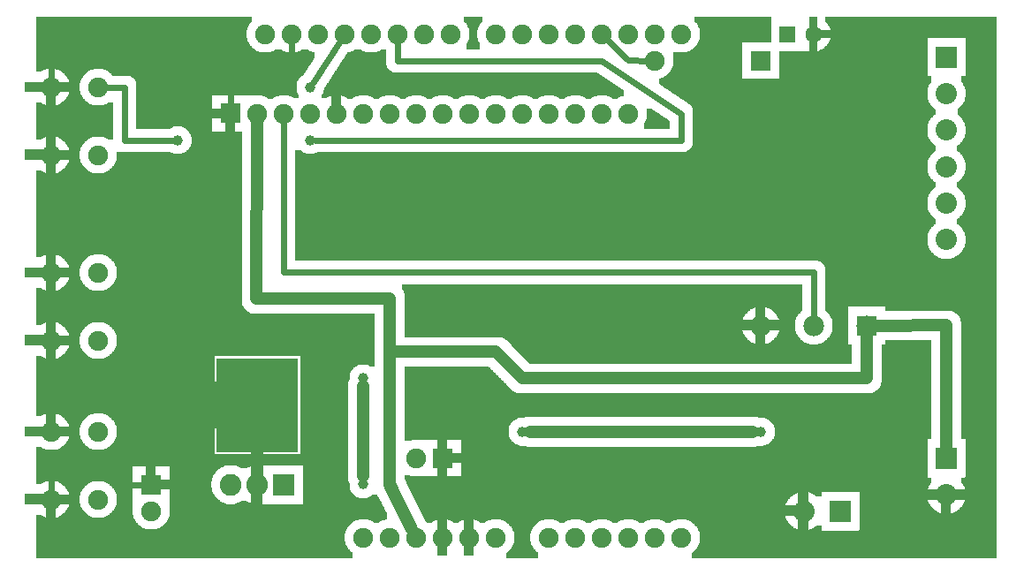
<source format=gbl>
G04 MADE WITH FRITZING*
G04 WWW.FRITZING.ORG*
G04 DOUBLE SIDED*
G04 HOLES PLATED*
G04 CONTOUR ON CENTER OF CONTOUR VECTOR*
%ASAXBY*%
%FSLAX23Y23*%
%MOIN*%
%OFA0B0*%
%SFA1.0B1.0*%
%ADD10C,0.075000*%
%ADD11C,0.080000*%
%ADD12C,0.078000*%
%ADD13C,0.082000*%
%ADD14C,0.039370*%
%ADD15C,0.062992*%
%ADD16R,0.080000X0.080000*%
%ADD17R,0.078000X0.078000*%
%ADD18R,0.082000X0.082000*%
%ADD19R,0.075000X0.075000*%
%ADD20R,0.311111X0.355556*%
%ADD21R,0.062992X0.062992*%
%ADD22C,0.024000*%
%ADD23C,0.048000*%
%ADD24R,0.001000X0.001000*%
%LNCOPPER0*%
G90*
G70*
G54D10*
X1239Y1884D03*
X2621Y2014D03*
X124Y2027D03*
X101Y1561D03*
X101Y1817D03*
X278Y1561D03*
X278Y1817D03*
X101Y261D03*
X101Y517D03*
X278Y261D03*
X278Y517D03*
X101Y861D03*
X101Y1117D03*
X278Y861D03*
X278Y1117D03*
G54D11*
X3478Y1931D03*
X3478Y1793D03*
X3478Y1655D03*
X3478Y1517D03*
X3478Y1379D03*
X3478Y1242D03*
X3478Y417D03*
X3478Y279D03*
X3078Y217D03*
X2940Y217D03*
G54D12*
X3178Y917D03*
X2978Y917D03*
X2778Y917D03*
G54D13*
X978Y317D03*
X878Y317D03*
X778Y317D03*
G54D10*
X478Y317D03*
X478Y217D03*
X1578Y417D03*
X1478Y417D03*
G54D14*
X2779Y517D03*
X1877Y517D03*
X1278Y718D03*
X1278Y318D03*
G54D15*
X2879Y2017D03*
X2978Y2017D03*
G54D10*
X2778Y1917D03*
X2378Y1917D03*
G54D14*
X1078Y1817D03*
X578Y1617D03*
X1078Y1617D03*
G54D10*
X908Y2017D03*
X1008Y2017D03*
X1108Y2017D03*
X1208Y2017D03*
X1308Y2017D03*
X1408Y2017D03*
X1508Y2017D03*
X1608Y2017D03*
X1778Y2017D03*
X1878Y2017D03*
X1978Y2017D03*
X2078Y2017D03*
X2178Y2017D03*
X2278Y2017D03*
X2378Y2017D03*
X2478Y2017D03*
X1278Y117D03*
X1378Y117D03*
X1478Y117D03*
X1578Y117D03*
X1678Y117D03*
X1778Y117D03*
X1978Y117D03*
X2078Y117D03*
X2178Y117D03*
X2278Y117D03*
X2378Y117D03*
X2478Y117D03*
X778Y1717D03*
X878Y1717D03*
X978Y1717D03*
X1078Y1717D03*
X1178Y1717D03*
X1278Y1717D03*
X1378Y1717D03*
X1478Y1717D03*
X1578Y1717D03*
X1678Y1717D03*
X1778Y1717D03*
X1878Y1717D03*
X1978Y1717D03*
X2078Y1717D03*
X2178Y1717D03*
X2278Y1717D03*
G54D16*
X3478Y1931D03*
X3478Y417D03*
X3078Y217D03*
G54D17*
X3178Y917D03*
G54D18*
X978Y317D03*
G54D19*
X478Y317D03*
X1578Y417D03*
G54D20*
X878Y617D03*
X878Y617D03*
G54D21*
X2879Y2017D03*
G54D19*
X2778Y1917D03*
X777Y1718D03*
G54D22*
X2978Y1119D02*
X2978Y943D01*
D02*
X977Y1119D02*
X2978Y1119D01*
D02*
X978Y1692D02*
X977Y1119D01*
G54D23*
D02*
X3478Y918D02*
X3215Y917D01*
D02*
X3478Y454D02*
X3478Y918D01*
D02*
X2749Y517D02*
X1907Y517D01*
D02*
X875Y1019D02*
X878Y1681D01*
D02*
X1379Y1019D02*
X875Y1019D01*
D02*
X1378Y317D02*
X1379Y1019D01*
D02*
X1462Y149D02*
X1378Y317D01*
D02*
X1779Y818D02*
X1378Y818D01*
D02*
X1378Y318D02*
X1462Y150D01*
D02*
X3178Y719D02*
X1877Y719D01*
D02*
X1877Y719D02*
X1779Y818D01*
D02*
X1378Y818D02*
X1378Y318D01*
D02*
X3178Y881D02*
X3178Y719D01*
D02*
X878Y355D02*
X878Y445D01*
D02*
X1278Y688D02*
X1278Y348D01*
G54D22*
D02*
X278Y418D02*
X101Y418D01*
D02*
X101Y418D02*
X101Y286D01*
D02*
X377Y317D02*
X278Y418D01*
D02*
X453Y317D02*
X377Y317D01*
D02*
X2279Y1918D02*
X2195Y2000D01*
D02*
X2353Y1917D02*
X2279Y1918D01*
D02*
X377Y1617D02*
X559Y1617D01*
D02*
X378Y1817D02*
X377Y1617D01*
D02*
X303Y1817D02*
X378Y1817D01*
D02*
X1194Y1996D02*
X1088Y1833D01*
D02*
X778Y1919D02*
X778Y1742D01*
D02*
X1008Y1919D02*
X778Y1919D01*
D02*
X1008Y1992D02*
X1008Y1919D01*
D02*
X778Y1742D02*
X778Y1919D01*
D02*
X778Y1919D02*
X101Y1919D01*
D02*
X101Y1919D02*
X101Y1842D01*
D02*
X1408Y1992D02*
X1408Y1917D01*
D02*
X1097Y1617D02*
X2478Y1617D01*
D02*
X2177Y1917D02*
X1408Y1917D01*
D02*
X2478Y1617D02*
X2478Y1717D01*
D02*
X2478Y1717D02*
X2177Y1917D01*
G36*
X1658Y2084D02*
X1658Y2064D01*
X1660Y2064D01*
X1660Y2062D01*
X1662Y2062D01*
X1662Y2060D01*
X1664Y2060D01*
X1664Y2058D01*
X1666Y2058D01*
X1666Y2054D01*
X1668Y2054D01*
X1668Y2052D01*
X1670Y2052D01*
X1670Y2048D01*
X1672Y2048D01*
X1672Y2044D01*
X1674Y2044D01*
X1674Y2038D01*
X1676Y2038D01*
X1676Y2028D01*
X1678Y2028D01*
X1678Y2006D01*
X1676Y2006D01*
X1676Y1996D01*
X1674Y1996D01*
X1674Y1990D01*
X1672Y1990D01*
X1672Y1986D01*
X1670Y1986D01*
X1670Y1982D01*
X1668Y1982D01*
X1668Y1980D01*
X1666Y1980D01*
X1666Y1960D01*
X1718Y1960D01*
X1718Y1982D01*
X1716Y1982D01*
X1716Y1986D01*
X1714Y1986D01*
X1714Y1990D01*
X1712Y1990D01*
X1712Y1994D01*
X1710Y1994D01*
X1710Y2002D01*
X1708Y2002D01*
X1708Y2032D01*
X1710Y2032D01*
X1710Y2040D01*
X1712Y2040D01*
X1712Y2044D01*
X1714Y2044D01*
X1714Y2048D01*
X1716Y2048D01*
X1716Y2052D01*
X1718Y2052D01*
X1718Y2056D01*
X1720Y2056D01*
X1720Y2058D01*
X1722Y2058D01*
X1722Y2060D01*
X1724Y2060D01*
X1724Y2062D01*
X1726Y2062D01*
X1726Y2064D01*
X1728Y2064D01*
X1728Y2084D01*
X1658Y2084D01*
G37*
D02*
G36*
X1248Y1960D02*
X1248Y1958D01*
X1268Y1958D01*
X1268Y1960D01*
X1248Y1960D01*
G37*
D02*
G36*
X1244Y1958D02*
X1244Y1956D01*
X1240Y1956D01*
X1240Y1954D01*
X1238Y1954D01*
X1238Y1952D01*
X1232Y1952D01*
X1232Y1950D01*
X1226Y1950D01*
X1226Y1948D01*
X1290Y1948D01*
X1290Y1950D01*
X1284Y1950D01*
X1284Y1952D01*
X1278Y1952D01*
X1278Y1954D01*
X1274Y1954D01*
X1274Y1956D01*
X1272Y1956D01*
X1272Y1958D01*
X1244Y1958D01*
G37*
D02*
G36*
X1344Y1958D02*
X1344Y1956D01*
X1340Y1956D01*
X1340Y1954D01*
X1338Y1954D01*
X1338Y1952D01*
X1332Y1952D01*
X1332Y1950D01*
X1326Y1950D01*
X1326Y1948D01*
X1364Y1948D01*
X1364Y1958D01*
X1344Y1958D01*
G37*
D02*
G36*
X1218Y1948D02*
X1218Y1946D01*
X1364Y1946D01*
X1364Y1948D01*
X1218Y1948D01*
G37*
D02*
G36*
X1218Y1948D02*
X1218Y1946D01*
X1364Y1946D01*
X1364Y1948D01*
X1218Y1948D01*
G37*
D02*
G36*
X1216Y1946D02*
X1216Y1942D01*
X1214Y1942D01*
X1214Y1940D01*
X1212Y1940D01*
X1212Y1936D01*
X1210Y1936D01*
X1210Y1934D01*
X1208Y1934D01*
X1208Y1930D01*
X1206Y1930D01*
X1206Y1926D01*
X1204Y1926D01*
X1204Y1924D01*
X1202Y1924D01*
X1202Y1920D01*
X1200Y1920D01*
X1200Y1918D01*
X1198Y1918D01*
X1198Y1914D01*
X1196Y1914D01*
X1196Y1912D01*
X1194Y1912D01*
X1194Y1908D01*
X1192Y1908D01*
X1192Y1906D01*
X1190Y1906D01*
X1190Y1902D01*
X1188Y1902D01*
X1188Y1900D01*
X1186Y1900D01*
X1186Y1896D01*
X1184Y1896D01*
X1184Y1894D01*
X1182Y1894D01*
X1182Y1890D01*
X1180Y1890D01*
X1180Y1886D01*
X1178Y1886D01*
X1178Y1884D01*
X1176Y1884D01*
X1176Y1880D01*
X1174Y1880D01*
X1174Y1878D01*
X1172Y1878D01*
X1172Y1874D01*
X1170Y1874D01*
X1170Y1872D01*
X1168Y1872D01*
X1168Y1868D01*
X1166Y1868D01*
X1166Y1866D01*
X1164Y1866D01*
X1164Y1862D01*
X1162Y1862D01*
X1162Y1860D01*
X1160Y1860D01*
X1160Y1856D01*
X1158Y1856D01*
X1158Y1854D01*
X1156Y1854D01*
X1156Y1850D01*
X1154Y1850D01*
X1154Y1846D01*
X1152Y1846D01*
X1152Y1844D01*
X1150Y1844D01*
X1150Y1840D01*
X1148Y1840D01*
X1148Y1838D01*
X1146Y1838D01*
X1146Y1834D01*
X1144Y1834D01*
X1144Y1832D01*
X1142Y1832D01*
X1142Y1828D01*
X1140Y1828D01*
X1140Y1826D01*
X1138Y1826D01*
X1138Y1822D01*
X1136Y1822D01*
X1136Y1820D01*
X1134Y1820D01*
X1134Y1816D01*
X1132Y1816D01*
X1132Y1814D01*
X1130Y1814D01*
X1130Y1806D01*
X1128Y1806D01*
X1128Y1798D01*
X1126Y1798D01*
X1126Y1794D01*
X1124Y1794D01*
X1124Y1790D01*
X1122Y1790D01*
X1122Y1786D01*
X2196Y1786D01*
X2196Y1784D01*
X2202Y1784D01*
X2202Y1782D01*
X2206Y1782D01*
X2206Y1780D01*
X2210Y1780D01*
X2210Y1778D01*
X2214Y1778D01*
X2214Y1776D01*
X2216Y1776D01*
X2216Y1774D01*
X2238Y1774D01*
X2238Y1776D01*
X2242Y1776D01*
X2242Y1778D01*
X2244Y1778D01*
X2244Y1780D01*
X2248Y1780D01*
X2248Y1782D01*
X2254Y1782D01*
X2254Y1784D01*
X2260Y1784D01*
X2260Y1806D01*
X2258Y1806D01*
X2258Y1808D01*
X2254Y1808D01*
X2254Y1810D01*
X2252Y1810D01*
X2252Y1812D01*
X2248Y1812D01*
X2248Y1814D01*
X2246Y1814D01*
X2246Y1816D01*
X2242Y1816D01*
X2242Y1818D01*
X2240Y1818D01*
X2240Y1820D01*
X2236Y1820D01*
X2236Y1822D01*
X2234Y1822D01*
X2234Y1824D01*
X2230Y1824D01*
X2230Y1826D01*
X2228Y1826D01*
X2228Y1828D01*
X2224Y1828D01*
X2224Y1830D01*
X2222Y1830D01*
X2222Y1832D01*
X2218Y1832D01*
X2218Y1834D01*
X2216Y1834D01*
X2216Y1836D01*
X2212Y1836D01*
X2212Y1838D01*
X2210Y1838D01*
X2210Y1840D01*
X2206Y1840D01*
X2206Y1842D01*
X2204Y1842D01*
X2204Y1844D01*
X2200Y1844D01*
X2200Y1846D01*
X2198Y1846D01*
X2198Y1848D01*
X2194Y1848D01*
X2194Y1850D01*
X2192Y1850D01*
X2192Y1852D01*
X2188Y1852D01*
X2188Y1854D01*
X2186Y1854D01*
X2186Y1856D01*
X2182Y1856D01*
X2182Y1858D01*
X2180Y1858D01*
X2180Y1860D01*
X2176Y1860D01*
X2176Y1862D01*
X2174Y1862D01*
X2174Y1864D01*
X2170Y1864D01*
X2170Y1866D01*
X2168Y1866D01*
X2168Y1868D01*
X2164Y1868D01*
X2164Y1870D01*
X2162Y1870D01*
X2162Y1872D01*
X1396Y1872D01*
X1396Y1874D01*
X1388Y1874D01*
X1388Y1876D01*
X1384Y1876D01*
X1384Y1878D01*
X1380Y1878D01*
X1380Y1880D01*
X1378Y1880D01*
X1378Y1882D01*
X1376Y1882D01*
X1376Y1884D01*
X1374Y1884D01*
X1374Y1886D01*
X1372Y1886D01*
X1372Y1888D01*
X1370Y1888D01*
X1370Y1890D01*
X1368Y1890D01*
X1368Y1894D01*
X1366Y1894D01*
X1366Y1900D01*
X1364Y1900D01*
X1364Y1946D01*
X1216Y1946D01*
G37*
D02*
G36*
X1122Y1786D02*
X1122Y1776D01*
X1142Y1776D01*
X1142Y1778D01*
X1144Y1778D01*
X1144Y1780D01*
X1148Y1780D01*
X1148Y1782D01*
X1154Y1782D01*
X1154Y1784D01*
X1160Y1784D01*
X1160Y1786D01*
X1122Y1786D01*
G37*
D02*
G36*
X1196Y1786D02*
X1196Y1784D01*
X1202Y1784D01*
X1202Y1782D01*
X1206Y1782D01*
X1206Y1780D01*
X1210Y1780D01*
X1210Y1778D01*
X1214Y1778D01*
X1214Y1776D01*
X1216Y1776D01*
X1216Y1774D01*
X1238Y1774D01*
X1238Y1776D01*
X1242Y1776D01*
X1242Y1778D01*
X1244Y1778D01*
X1244Y1780D01*
X1248Y1780D01*
X1248Y1782D01*
X1254Y1782D01*
X1254Y1784D01*
X1260Y1784D01*
X1260Y1786D01*
X1196Y1786D01*
G37*
D02*
G36*
X1296Y1786D02*
X1296Y1784D01*
X1302Y1784D01*
X1302Y1782D01*
X1306Y1782D01*
X1306Y1780D01*
X1310Y1780D01*
X1310Y1778D01*
X1314Y1778D01*
X1314Y1776D01*
X1316Y1776D01*
X1316Y1774D01*
X1338Y1774D01*
X1338Y1776D01*
X1342Y1776D01*
X1342Y1778D01*
X1344Y1778D01*
X1344Y1780D01*
X1348Y1780D01*
X1348Y1782D01*
X1354Y1782D01*
X1354Y1784D01*
X1360Y1784D01*
X1360Y1786D01*
X1296Y1786D01*
G37*
D02*
G36*
X1396Y1786D02*
X1396Y1784D01*
X1402Y1784D01*
X1402Y1782D01*
X1406Y1782D01*
X1406Y1780D01*
X1410Y1780D01*
X1410Y1778D01*
X1414Y1778D01*
X1414Y1776D01*
X1416Y1776D01*
X1416Y1774D01*
X1438Y1774D01*
X1438Y1776D01*
X1442Y1776D01*
X1442Y1778D01*
X1444Y1778D01*
X1444Y1780D01*
X1448Y1780D01*
X1448Y1782D01*
X1454Y1782D01*
X1454Y1784D01*
X1460Y1784D01*
X1460Y1786D01*
X1396Y1786D01*
G37*
D02*
G36*
X1496Y1786D02*
X1496Y1784D01*
X1502Y1784D01*
X1502Y1782D01*
X1506Y1782D01*
X1506Y1780D01*
X1510Y1780D01*
X1510Y1778D01*
X1514Y1778D01*
X1514Y1776D01*
X1516Y1776D01*
X1516Y1774D01*
X1538Y1774D01*
X1538Y1776D01*
X1542Y1776D01*
X1542Y1778D01*
X1544Y1778D01*
X1544Y1780D01*
X1548Y1780D01*
X1548Y1782D01*
X1554Y1782D01*
X1554Y1784D01*
X1560Y1784D01*
X1560Y1786D01*
X1496Y1786D01*
G37*
D02*
G36*
X1596Y1786D02*
X1596Y1784D01*
X1602Y1784D01*
X1602Y1782D01*
X1606Y1782D01*
X1606Y1780D01*
X1610Y1780D01*
X1610Y1778D01*
X1614Y1778D01*
X1614Y1776D01*
X1616Y1776D01*
X1616Y1774D01*
X1638Y1774D01*
X1638Y1776D01*
X1642Y1776D01*
X1642Y1778D01*
X1644Y1778D01*
X1644Y1780D01*
X1648Y1780D01*
X1648Y1782D01*
X1654Y1782D01*
X1654Y1784D01*
X1660Y1784D01*
X1660Y1786D01*
X1596Y1786D01*
G37*
D02*
G36*
X1696Y1786D02*
X1696Y1784D01*
X1702Y1784D01*
X1702Y1782D01*
X1706Y1782D01*
X1706Y1780D01*
X1710Y1780D01*
X1710Y1778D01*
X1714Y1778D01*
X1714Y1776D01*
X1716Y1776D01*
X1716Y1774D01*
X1738Y1774D01*
X1738Y1776D01*
X1742Y1776D01*
X1742Y1778D01*
X1744Y1778D01*
X1744Y1780D01*
X1748Y1780D01*
X1748Y1782D01*
X1754Y1782D01*
X1754Y1784D01*
X1760Y1784D01*
X1760Y1786D01*
X1696Y1786D01*
G37*
D02*
G36*
X1796Y1786D02*
X1796Y1784D01*
X1802Y1784D01*
X1802Y1782D01*
X1806Y1782D01*
X1806Y1780D01*
X1810Y1780D01*
X1810Y1778D01*
X1814Y1778D01*
X1814Y1776D01*
X1816Y1776D01*
X1816Y1774D01*
X1838Y1774D01*
X1838Y1776D01*
X1842Y1776D01*
X1842Y1778D01*
X1844Y1778D01*
X1844Y1780D01*
X1848Y1780D01*
X1848Y1782D01*
X1854Y1782D01*
X1854Y1784D01*
X1860Y1784D01*
X1860Y1786D01*
X1796Y1786D01*
G37*
D02*
G36*
X1896Y1786D02*
X1896Y1784D01*
X1902Y1784D01*
X1902Y1782D01*
X1906Y1782D01*
X1906Y1780D01*
X1910Y1780D01*
X1910Y1778D01*
X1914Y1778D01*
X1914Y1776D01*
X1916Y1776D01*
X1916Y1774D01*
X1938Y1774D01*
X1938Y1776D01*
X1942Y1776D01*
X1942Y1778D01*
X1944Y1778D01*
X1944Y1780D01*
X1948Y1780D01*
X1948Y1782D01*
X1954Y1782D01*
X1954Y1784D01*
X1960Y1784D01*
X1960Y1786D01*
X1896Y1786D01*
G37*
D02*
G36*
X1996Y1786D02*
X1996Y1784D01*
X2002Y1784D01*
X2002Y1782D01*
X2006Y1782D01*
X2006Y1780D01*
X2010Y1780D01*
X2010Y1778D01*
X2014Y1778D01*
X2014Y1776D01*
X2016Y1776D01*
X2016Y1774D01*
X2038Y1774D01*
X2038Y1776D01*
X2042Y1776D01*
X2042Y1778D01*
X2044Y1778D01*
X2044Y1780D01*
X2048Y1780D01*
X2048Y1782D01*
X2054Y1782D01*
X2054Y1784D01*
X2060Y1784D01*
X2060Y1786D01*
X1996Y1786D01*
G37*
D02*
G36*
X2096Y1786D02*
X2096Y1784D01*
X2102Y1784D01*
X2102Y1782D01*
X2106Y1782D01*
X2106Y1780D01*
X2110Y1780D01*
X2110Y1778D01*
X2114Y1778D01*
X2114Y1776D01*
X2116Y1776D01*
X2116Y1774D01*
X2138Y1774D01*
X2138Y1776D01*
X2142Y1776D01*
X2142Y1778D01*
X2144Y1778D01*
X2144Y1780D01*
X2148Y1780D01*
X2148Y1782D01*
X2154Y1782D01*
X2154Y1784D01*
X2160Y1784D01*
X2160Y1786D01*
X2096Y1786D01*
G37*
D02*
G36*
X2346Y1736D02*
X2346Y1728D01*
X2348Y1728D01*
X2348Y1706D01*
X2346Y1706D01*
X2346Y1696D01*
X2344Y1696D01*
X2344Y1690D01*
X2342Y1690D01*
X2342Y1686D01*
X2340Y1686D01*
X2340Y1682D01*
X2338Y1682D01*
X2338Y1680D01*
X2336Y1680D01*
X2336Y1660D01*
X2434Y1660D01*
X2434Y1690D01*
X2432Y1690D01*
X2432Y1692D01*
X2430Y1692D01*
X2430Y1694D01*
X2426Y1694D01*
X2426Y1696D01*
X2424Y1696D01*
X2424Y1698D01*
X2420Y1698D01*
X2420Y1700D01*
X2418Y1700D01*
X2418Y1702D01*
X2414Y1702D01*
X2414Y1704D01*
X2412Y1704D01*
X2412Y1706D01*
X2408Y1706D01*
X2408Y1708D01*
X2406Y1708D01*
X2406Y1710D01*
X2402Y1710D01*
X2402Y1712D01*
X2400Y1712D01*
X2400Y1714D01*
X2396Y1714D01*
X2396Y1716D01*
X2394Y1716D01*
X2394Y1718D01*
X2390Y1718D01*
X2390Y1720D01*
X2388Y1720D01*
X2388Y1722D01*
X2384Y1722D01*
X2384Y1724D01*
X2382Y1724D01*
X2382Y1726D01*
X2378Y1726D01*
X2378Y1728D01*
X2376Y1728D01*
X2376Y1730D01*
X2372Y1730D01*
X2372Y1732D01*
X2370Y1732D01*
X2370Y1734D01*
X2366Y1734D01*
X2366Y1736D01*
X2346Y1736D01*
G37*
D02*
G36*
X2528Y2084D02*
X2528Y2064D01*
X2530Y2064D01*
X2530Y2062D01*
X2532Y2062D01*
X2532Y2060D01*
X2534Y2060D01*
X2534Y2058D01*
X2536Y2058D01*
X2536Y2054D01*
X2538Y2054D01*
X2538Y2052D01*
X2540Y2052D01*
X2540Y2048D01*
X2542Y2048D01*
X2542Y2044D01*
X2544Y2044D01*
X2544Y2038D01*
X2546Y2038D01*
X2546Y2028D01*
X2548Y2028D01*
X2548Y2006D01*
X2546Y2006D01*
X2546Y1996D01*
X2544Y1996D01*
X2544Y1990D01*
X2542Y1990D01*
X2542Y1986D01*
X2540Y1986D01*
X2540Y1982D01*
X2538Y1982D01*
X2538Y1980D01*
X2536Y1980D01*
X2536Y1976D01*
X2534Y1976D01*
X2534Y1974D01*
X2532Y1974D01*
X2532Y1972D01*
X2530Y1972D01*
X2530Y1970D01*
X2528Y1970D01*
X2528Y1968D01*
X2526Y1968D01*
X2526Y1966D01*
X2524Y1966D01*
X2524Y1964D01*
X2522Y1964D01*
X2522Y1962D01*
X2520Y1962D01*
X2520Y1960D01*
X2518Y1960D01*
X2518Y1958D01*
X2514Y1958D01*
X2514Y1956D01*
X2510Y1956D01*
X2510Y1954D01*
X2508Y1954D01*
X2508Y1952D01*
X2502Y1952D01*
X2502Y1950D01*
X2496Y1950D01*
X2496Y1948D01*
X2446Y1948D01*
X2446Y1928D01*
X2448Y1928D01*
X2448Y1906D01*
X2446Y1906D01*
X2446Y1896D01*
X2444Y1896D01*
X2444Y1890D01*
X2442Y1890D01*
X2442Y1886D01*
X2440Y1886D01*
X2440Y1882D01*
X2438Y1882D01*
X2438Y1880D01*
X2436Y1880D01*
X2436Y1876D01*
X2434Y1876D01*
X2434Y1874D01*
X2432Y1874D01*
X2432Y1872D01*
X2430Y1872D01*
X2430Y1870D01*
X2428Y1870D01*
X2428Y1868D01*
X2426Y1868D01*
X2426Y1866D01*
X2424Y1866D01*
X2424Y1864D01*
X2422Y1864D01*
X2422Y1862D01*
X2420Y1862D01*
X2420Y1860D01*
X2418Y1860D01*
X2418Y1858D01*
X2414Y1858D01*
X2414Y1856D01*
X2410Y1856D01*
X2410Y1854D01*
X2408Y1854D01*
X2408Y1852D01*
X2402Y1852D01*
X2402Y1850D01*
X2396Y1850D01*
X2396Y1848D01*
X2708Y1848D01*
X2708Y1986D01*
X2816Y1986D01*
X2816Y2084D01*
X2528Y2084D01*
G37*
D02*
G36*
X3020Y2084D02*
X3020Y2064D01*
X3022Y2064D01*
X3022Y2062D01*
X3024Y2062D01*
X3024Y2060D01*
X3026Y2060D01*
X3026Y2058D01*
X3028Y2058D01*
X3028Y2056D01*
X3030Y2056D01*
X3030Y2052D01*
X3032Y2052D01*
X3032Y2050D01*
X3034Y2050D01*
X3034Y2046D01*
X3036Y2046D01*
X3036Y2042D01*
X3038Y2042D01*
X3038Y2038D01*
X3040Y2038D01*
X3040Y2028D01*
X3042Y2028D01*
X3042Y2006D01*
X3040Y2006D01*
X3040Y2002D01*
X3550Y2002D01*
X3550Y1858D01*
X3534Y1858D01*
X3534Y1836D01*
X3536Y1836D01*
X3536Y1834D01*
X3538Y1834D01*
X3538Y1832D01*
X3540Y1832D01*
X3540Y1828D01*
X3542Y1828D01*
X3542Y1824D01*
X3544Y1824D01*
X3544Y1820D01*
X3546Y1820D01*
X3546Y1816D01*
X3548Y1816D01*
X3548Y1808D01*
X3550Y1808D01*
X3550Y1778D01*
X3548Y1778D01*
X3548Y1770D01*
X3546Y1770D01*
X3546Y1764D01*
X3544Y1764D01*
X3544Y1760D01*
X3542Y1760D01*
X3542Y1756D01*
X3540Y1756D01*
X3540Y1754D01*
X3538Y1754D01*
X3538Y1750D01*
X3536Y1750D01*
X3536Y1748D01*
X3534Y1748D01*
X3534Y1746D01*
X3532Y1746D01*
X3532Y1744D01*
X3530Y1744D01*
X3530Y1742D01*
X3528Y1742D01*
X3528Y1740D01*
X3526Y1740D01*
X3526Y1738D01*
X3524Y1738D01*
X3524Y1736D01*
X3522Y1736D01*
X3522Y1734D01*
X3520Y1734D01*
X3520Y1712D01*
X3524Y1712D01*
X3524Y1710D01*
X3526Y1710D01*
X3526Y1708D01*
X3528Y1708D01*
X3528Y1706D01*
X3530Y1706D01*
X3530Y1704D01*
X3532Y1704D01*
X3532Y1702D01*
X3534Y1702D01*
X3534Y1700D01*
X3536Y1700D01*
X3536Y1696D01*
X3538Y1696D01*
X3538Y1694D01*
X3540Y1694D01*
X3540Y1690D01*
X3542Y1690D01*
X3542Y1686D01*
X3544Y1686D01*
X3544Y1682D01*
X3546Y1682D01*
X3546Y1678D01*
X3548Y1678D01*
X3548Y1670D01*
X3550Y1670D01*
X3550Y1640D01*
X3548Y1640D01*
X3548Y1632D01*
X3546Y1632D01*
X3546Y1626D01*
X3544Y1626D01*
X3544Y1622D01*
X3542Y1622D01*
X3542Y1618D01*
X3540Y1618D01*
X3540Y1616D01*
X3538Y1616D01*
X3538Y1612D01*
X3536Y1612D01*
X3536Y1610D01*
X3534Y1610D01*
X3534Y1608D01*
X3532Y1608D01*
X3532Y1606D01*
X3530Y1606D01*
X3530Y1604D01*
X3528Y1604D01*
X3528Y1602D01*
X3526Y1602D01*
X3526Y1600D01*
X3524Y1600D01*
X3524Y1598D01*
X3522Y1598D01*
X3522Y1596D01*
X3518Y1596D01*
X3518Y1576D01*
X3522Y1576D01*
X3522Y1574D01*
X3524Y1574D01*
X3524Y1572D01*
X3526Y1572D01*
X3526Y1570D01*
X3528Y1570D01*
X3528Y1568D01*
X3530Y1568D01*
X3530Y1566D01*
X3532Y1566D01*
X3532Y1564D01*
X3534Y1564D01*
X3534Y1562D01*
X3536Y1562D01*
X3536Y1558D01*
X3538Y1558D01*
X3538Y1556D01*
X3540Y1556D01*
X3540Y1552D01*
X3542Y1552D01*
X3542Y1550D01*
X3544Y1550D01*
X3544Y1544D01*
X3546Y1544D01*
X3546Y1540D01*
X3548Y1540D01*
X3548Y1532D01*
X3550Y1532D01*
X3550Y1502D01*
X3548Y1502D01*
X3548Y1494D01*
X3546Y1494D01*
X3546Y1488D01*
X3544Y1488D01*
X3544Y1484D01*
X3542Y1484D01*
X3542Y1482D01*
X3540Y1482D01*
X3540Y1478D01*
X3538Y1478D01*
X3538Y1476D01*
X3536Y1476D01*
X3536Y1472D01*
X3534Y1472D01*
X3534Y1470D01*
X3532Y1470D01*
X3532Y1468D01*
X3530Y1468D01*
X3530Y1466D01*
X3528Y1466D01*
X3528Y1464D01*
X3526Y1464D01*
X3526Y1462D01*
X3524Y1462D01*
X3524Y1460D01*
X3522Y1460D01*
X3522Y1458D01*
X3518Y1458D01*
X3518Y1438D01*
X3522Y1438D01*
X3522Y1436D01*
X3524Y1436D01*
X3524Y1434D01*
X3526Y1434D01*
X3526Y1432D01*
X3528Y1432D01*
X3528Y1430D01*
X3530Y1430D01*
X3530Y1428D01*
X3532Y1428D01*
X3532Y1426D01*
X3534Y1426D01*
X3534Y1424D01*
X3536Y1424D01*
X3536Y1420D01*
X3538Y1420D01*
X3538Y1418D01*
X3540Y1418D01*
X3540Y1414D01*
X3542Y1414D01*
X3542Y1412D01*
X3544Y1412D01*
X3544Y1408D01*
X3546Y1408D01*
X3546Y1402D01*
X3548Y1402D01*
X3548Y1394D01*
X3550Y1394D01*
X3550Y1364D01*
X3548Y1364D01*
X3548Y1356D01*
X3546Y1356D01*
X3546Y1352D01*
X3544Y1352D01*
X3544Y1346D01*
X3542Y1346D01*
X3542Y1344D01*
X3540Y1344D01*
X3540Y1340D01*
X3538Y1340D01*
X3538Y1338D01*
X3536Y1338D01*
X3536Y1334D01*
X3534Y1334D01*
X3534Y1332D01*
X3532Y1332D01*
X3532Y1330D01*
X3530Y1330D01*
X3530Y1328D01*
X3528Y1328D01*
X3528Y1326D01*
X3526Y1326D01*
X3526Y1324D01*
X3524Y1324D01*
X3524Y1322D01*
X3522Y1322D01*
X3522Y1320D01*
X3518Y1320D01*
X3518Y1300D01*
X3522Y1300D01*
X3522Y1298D01*
X3524Y1298D01*
X3524Y1296D01*
X3526Y1296D01*
X3526Y1294D01*
X3528Y1294D01*
X3528Y1292D01*
X3530Y1292D01*
X3530Y1290D01*
X3532Y1290D01*
X3532Y1288D01*
X3534Y1288D01*
X3534Y1286D01*
X3536Y1286D01*
X3536Y1284D01*
X3538Y1284D01*
X3538Y1280D01*
X3540Y1280D01*
X3540Y1278D01*
X3542Y1278D01*
X3542Y1274D01*
X3544Y1274D01*
X3544Y1270D01*
X3546Y1270D01*
X3546Y1264D01*
X3548Y1264D01*
X3548Y1256D01*
X3550Y1256D01*
X3550Y1226D01*
X3548Y1226D01*
X3548Y1218D01*
X3546Y1218D01*
X3546Y1214D01*
X3544Y1214D01*
X3544Y1210D01*
X3542Y1210D01*
X3542Y1206D01*
X3540Y1206D01*
X3540Y1202D01*
X3538Y1202D01*
X3538Y1200D01*
X3536Y1200D01*
X3536Y1196D01*
X3534Y1196D01*
X3534Y1194D01*
X3532Y1194D01*
X3532Y1192D01*
X3530Y1192D01*
X3530Y1190D01*
X3528Y1190D01*
X3528Y1188D01*
X3526Y1188D01*
X3526Y1186D01*
X3524Y1186D01*
X3524Y1184D01*
X3520Y1184D01*
X3520Y1182D01*
X3518Y1182D01*
X3518Y1180D01*
X3514Y1180D01*
X3514Y1178D01*
X3512Y1178D01*
X3512Y1176D01*
X3508Y1176D01*
X3508Y1174D01*
X3504Y1174D01*
X3504Y1172D01*
X3498Y1172D01*
X3498Y1170D01*
X3668Y1170D01*
X3668Y2084D01*
X3020Y2084D01*
G37*
D02*
G36*
X3040Y2002D02*
X3040Y1996D01*
X3038Y1996D01*
X3038Y1992D01*
X3036Y1992D01*
X3036Y1988D01*
X3034Y1988D01*
X3034Y1984D01*
X3032Y1984D01*
X3032Y1982D01*
X3030Y1982D01*
X3030Y1978D01*
X3028Y1978D01*
X3028Y1976D01*
X3026Y1976D01*
X3026Y1974D01*
X3024Y1974D01*
X3024Y1972D01*
X3022Y1972D01*
X3022Y1970D01*
X3020Y1970D01*
X3020Y1968D01*
X3018Y1968D01*
X3018Y1966D01*
X3016Y1966D01*
X3016Y1964D01*
X3012Y1964D01*
X3012Y1962D01*
X3010Y1962D01*
X3010Y1960D01*
X3006Y1960D01*
X3006Y1958D01*
X3002Y1958D01*
X3002Y1956D01*
X2996Y1956D01*
X2996Y1954D01*
X2848Y1954D01*
X2848Y1848D01*
X3422Y1848D01*
X3422Y1858D01*
X3406Y1858D01*
X3406Y2002D01*
X3040Y2002D01*
G37*
D02*
G36*
X2394Y1848D02*
X2394Y1846D01*
X3422Y1846D01*
X3422Y1848D01*
X2394Y1848D01*
G37*
D02*
G36*
X2394Y1848D02*
X2394Y1846D01*
X3422Y1846D01*
X3422Y1848D01*
X2394Y1848D01*
G37*
D02*
G36*
X2394Y1846D02*
X2394Y1828D01*
X2396Y1828D01*
X2396Y1826D01*
X2400Y1826D01*
X2400Y1824D01*
X2402Y1824D01*
X2402Y1822D01*
X2406Y1822D01*
X2406Y1820D01*
X2408Y1820D01*
X2408Y1818D01*
X2412Y1818D01*
X2412Y1816D01*
X2414Y1816D01*
X2414Y1814D01*
X2418Y1814D01*
X2418Y1812D01*
X2420Y1812D01*
X2420Y1810D01*
X2424Y1810D01*
X2424Y1808D01*
X2426Y1808D01*
X2426Y1806D01*
X2430Y1806D01*
X2430Y1804D01*
X2432Y1804D01*
X2432Y1802D01*
X2436Y1802D01*
X2436Y1800D01*
X2438Y1800D01*
X2438Y1798D01*
X2442Y1798D01*
X2442Y1796D01*
X2444Y1796D01*
X2444Y1794D01*
X2448Y1794D01*
X2448Y1792D01*
X2450Y1792D01*
X2450Y1790D01*
X2454Y1790D01*
X2454Y1788D01*
X2456Y1788D01*
X2456Y1786D01*
X2460Y1786D01*
X2460Y1784D01*
X2462Y1784D01*
X2462Y1782D01*
X2466Y1782D01*
X2466Y1780D01*
X2468Y1780D01*
X2468Y1778D01*
X2472Y1778D01*
X2472Y1776D01*
X2474Y1776D01*
X2474Y1774D01*
X2478Y1774D01*
X2478Y1772D01*
X2480Y1772D01*
X2480Y1770D01*
X2484Y1770D01*
X2484Y1768D01*
X2486Y1768D01*
X2486Y1766D01*
X2490Y1766D01*
X2490Y1764D01*
X2492Y1764D01*
X2492Y1762D01*
X2496Y1762D01*
X2496Y1760D01*
X2498Y1760D01*
X2498Y1758D01*
X2502Y1758D01*
X2502Y1756D01*
X2504Y1756D01*
X2504Y1754D01*
X2508Y1754D01*
X2508Y1752D01*
X2510Y1752D01*
X2510Y1750D01*
X2512Y1750D01*
X2512Y1748D01*
X2514Y1748D01*
X2514Y1746D01*
X2516Y1746D01*
X2516Y1742D01*
X2518Y1742D01*
X2518Y1738D01*
X2520Y1738D01*
X2520Y1732D01*
X2522Y1732D01*
X2522Y1602D01*
X2520Y1602D01*
X2520Y1596D01*
X2518Y1596D01*
X2518Y1592D01*
X2516Y1592D01*
X2516Y1588D01*
X2514Y1588D01*
X2514Y1586D01*
X2512Y1586D01*
X2512Y1584D01*
X2510Y1584D01*
X2510Y1582D01*
X2508Y1582D01*
X2508Y1580D01*
X2506Y1580D01*
X2506Y1578D01*
X2502Y1578D01*
X2502Y1576D01*
X2498Y1576D01*
X2498Y1574D01*
X2488Y1574D01*
X2488Y1572D01*
X1104Y1572D01*
X1104Y1570D01*
X1100Y1570D01*
X1100Y1568D01*
X1094Y1568D01*
X1094Y1566D01*
X3426Y1566D01*
X3426Y1568D01*
X3428Y1568D01*
X3428Y1570D01*
X3430Y1570D01*
X3430Y1572D01*
X3432Y1572D01*
X3432Y1574D01*
X3434Y1574D01*
X3434Y1576D01*
X3436Y1576D01*
X3436Y1596D01*
X3434Y1596D01*
X3434Y1598D01*
X3432Y1598D01*
X3432Y1600D01*
X3430Y1600D01*
X3430Y1602D01*
X3428Y1602D01*
X3428Y1604D01*
X3426Y1604D01*
X3426Y1606D01*
X3424Y1606D01*
X3424Y1608D01*
X3422Y1608D01*
X3422Y1610D01*
X3420Y1610D01*
X3420Y1612D01*
X3418Y1612D01*
X3418Y1616D01*
X3416Y1616D01*
X3416Y1618D01*
X3414Y1618D01*
X3414Y1622D01*
X3412Y1622D01*
X3412Y1626D01*
X3410Y1626D01*
X3410Y1630D01*
X3408Y1630D01*
X3408Y1638D01*
X3406Y1638D01*
X3406Y1672D01*
X3408Y1672D01*
X3408Y1678D01*
X3410Y1678D01*
X3410Y1684D01*
X3412Y1684D01*
X3412Y1688D01*
X3414Y1688D01*
X3414Y1692D01*
X3416Y1692D01*
X3416Y1694D01*
X3418Y1694D01*
X3418Y1698D01*
X3420Y1698D01*
X3420Y1700D01*
X3422Y1700D01*
X3422Y1702D01*
X3424Y1702D01*
X3424Y1704D01*
X3426Y1704D01*
X3426Y1706D01*
X3428Y1706D01*
X3428Y1708D01*
X3430Y1708D01*
X3430Y1710D01*
X3432Y1710D01*
X3432Y1712D01*
X3434Y1712D01*
X3434Y1714D01*
X3436Y1714D01*
X3436Y1734D01*
X3434Y1734D01*
X3434Y1736D01*
X3432Y1736D01*
X3432Y1738D01*
X3430Y1738D01*
X3430Y1740D01*
X3426Y1740D01*
X3426Y1744D01*
X3424Y1744D01*
X3424Y1746D01*
X3422Y1746D01*
X3422Y1748D01*
X3420Y1748D01*
X3420Y1750D01*
X3418Y1750D01*
X3418Y1752D01*
X3416Y1752D01*
X3416Y1756D01*
X3414Y1756D01*
X3414Y1760D01*
X3412Y1760D01*
X3412Y1764D01*
X3410Y1764D01*
X3410Y1768D01*
X3408Y1768D01*
X3408Y1774D01*
X3406Y1774D01*
X3406Y1810D01*
X3408Y1810D01*
X3408Y1816D01*
X3410Y1816D01*
X3410Y1822D01*
X3412Y1822D01*
X3412Y1826D01*
X3414Y1826D01*
X3414Y1830D01*
X3416Y1830D01*
X3416Y1832D01*
X3418Y1832D01*
X3418Y1834D01*
X3420Y1834D01*
X3420Y1838D01*
X3422Y1838D01*
X3422Y1846D01*
X2394Y1846D01*
G37*
D02*
G36*
X1022Y1580D02*
X1022Y1566D01*
X1060Y1566D01*
X1060Y1568D01*
X1056Y1568D01*
X1056Y1570D01*
X1052Y1570D01*
X1052Y1572D01*
X1050Y1572D01*
X1050Y1574D01*
X1046Y1574D01*
X1046Y1576D01*
X1044Y1576D01*
X1044Y1578D01*
X1042Y1578D01*
X1042Y1580D01*
X1022Y1580D01*
G37*
D02*
G36*
X1022Y1566D02*
X1022Y1564D01*
X3424Y1564D01*
X3424Y1566D01*
X1022Y1566D01*
G37*
D02*
G36*
X1022Y1566D02*
X1022Y1564D01*
X3424Y1564D01*
X3424Y1566D01*
X1022Y1566D01*
G37*
D02*
G36*
X1022Y1564D02*
X1022Y1170D01*
X3458Y1170D01*
X3458Y1172D01*
X3452Y1172D01*
X3452Y1174D01*
X3448Y1174D01*
X3448Y1176D01*
X3444Y1176D01*
X3444Y1178D01*
X3440Y1178D01*
X3440Y1180D01*
X3438Y1180D01*
X3438Y1182D01*
X3434Y1182D01*
X3434Y1184D01*
X3432Y1184D01*
X3432Y1186D01*
X3430Y1186D01*
X3430Y1188D01*
X3428Y1188D01*
X3428Y1190D01*
X3426Y1190D01*
X3426Y1192D01*
X3424Y1192D01*
X3424Y1194D01*
X3422Y1194D01*
X3422Y1196D01*
X3420Y1196D01*
X3420Y1198D01*
X3418Y1198D01*
X3418Y1202D01*
X3416Y1202D01*
X3416Y1204D01*
X3414Y1204D01*
X3414Y1208D01*
X3412Y1208D01*
X3412Y1212D01*
X3410Y1212D01*
X3410Y1218D01*
X3408Y1218D01*
X3408Y1224D01*
X3406Y1224D01*
X3406Y1258D01*
X3408Y1258D01*
X3408Y1266D01*
X3410Y1266D01*
X3410Y1270D01*
X3412Y1270D01*
X3412Y1274D01*
X3414Y1274D01*
X3414Y1278D01*
X3416Y1278D01*
X3416Y1280D01*
X3418Y1280D01*
X3418Y1284D01*
X3420Y1284D01*
X3420Y1286D01*
X3422Y1286D01*
X3422Y1288D01*
X3424Y1288D01*
X3424Y1290D01*
X3426Y1290D01*
X3426Y1292D01*
X3428Y1292D01*
X3428Y1294D01*
X3430Y1294D01*
X3430Y1296D01*
X3432Y1296D01*
X3432Y1298D01*
X3434Y1298D01*
X3434Y1300D01*
X3436Y1300D01*
X3436Y1320D01*
X3434Y1320D01*
X3434Y1322D01*
X3432Y1322D01*
X3432Y1324D01*
X3430Y1324D01*
X3430Y1326D01*
X3428Y1326D01*
X3428Y1328D01*
X3426Y1328D01*
X3426Y1330D01*
X3424Y1330D01*
X3424Y1332D01*
X3422Y1332D01*
X3422Y1334D01*
X3420Y1334D01*
X3420Y1336D01*
X3418Y1336D01*
X3418Y1340D01*
X3416Y1340D01*
X3416Y1342D01*
X3414Y1342D01*
X3414Y1346D01*
X3412Y1346D01*
X3412Y1350D01*
X3410Y1350D01*
X3410Y1354D01*
X3408Y1354D01*
X3408Y1362D01*
X3406Y1362D01*
X3406Y1396D01*
X3408Y1396D01*
X3408Y1404D01*
X3410Y1404D01*
X3410Y1408D01*
X3412Y1408D01*
X3412Y1412D01*
X3414Y1412D01*
X3414Y1416D01*
X3416Y1416D01*
X3416Y1418D01*
X3418Y1418D01*
X3418Y1422D01*
X3420Y1422D01*
X3420Y1424D01*
X3422Y1424D01*
X3422Y1426D01*
X3424Y1426D01*
X3424Y1428D01*
X3426Y1428D01*
X3426Y1430D01*
X3428Y1430D01*
X3428Y1432D01*
X3430Y1432D01*
X3430Y1434D01*
X3432Y1434D01*
X3432Y1436D01*
X3434Y1436D01*
X3434Y1438D01*
X3436Y1438D01*
X3436Y1458D01*
X3434Y1458D01*
X3434Y1460D01*
X3432Y1460D01*
X3432Y1462D01*
X3430Y1462D01*
X3430Y1464D01*
X3428Y1464D01*
X3428Y1466D01*
X3426Y1466D01*
X3426Y1468D01*
X3424Y1468D01*
X3424Y1470D01*
X3422Y1470D01*
X3422Y1472D01*
X3420Y1472D01*
X3420Y1474D01*
X3418Y1474D01*
X3418Y1478D01*
X3416Y1478D01*
X3416Y1480D01*
X3414Y1480D01*
X3414Y1484D01*
X3412Y1484D01*
X3412Y1488D01*
X3410Y1488D01*
X3410Y1492D01*
X3408Y1492D01*
X3408Y1500D01*
X3406Y1500D01*
X3406Y1534D01*
X3408Y1534D01*
X3408Y1542D01*
X3410Y1542D01*
X3410Y1546D01*
X3412Y1546D01*
X3412Y1550D01*
X3414Y1550D01*
X3414Y1554D01*
X3416Y1554D01*
X3416Y1556D01*
X3418Y1556D01*
X3418Y1560D01*
X3420Y1560D01*
X3420Y1562D01*
X3422Y1562D01*
X3422Y1564D01*
X1022Y1564D01*
G37*
D02*
G36*
X1022Y1170D02*
X1022Y1168D01*
X3668Y1168D01*
X3668Y1170D01*
X1022Y1170D01*
G37*
D02*
G36*
X1022Y1170D02*
X1022Y1168D01*
X3668Y1168D01*
X3668Y1170D01*
X1022Y1170D01*
G37*
D02*
G36*
X1022Y1168D02*
X1022Y1162D01*
X2994Y1162D01*
X2994Y1160D01*
X3000Y1160D01*
X3000Y1158D01*
X3004Y1158D01*
X3004Y1156D01*
X3006Y1156D01*
X3006Y1154D01*
X3010Y1154D01*
X3010Y1152D01*
X3012Y1152D01*
X3012Y1150D01*
X3014Y1150D01*
X3014Y1146D01*
X3016Y1146D01*
X3016Y1144D01*
X3018Y1144D01*
X3018Y1140D01*
X3020Y1140D01*
X3020Y1132D01*
X3022Y1132D01*
X3022Y988D01*
X3248Y988D01*
X3248Y974D01*
X3490Y974D01*
X3490Y972D01*
X3500Y972D01*
X3500Y970D01*
X3506Y970D01*
X3506Y968D01*
X3508Y968D01*
X3508Y966D01*
X3512Y966D01*
X3512Y964D01*
X3514Y964D01*
X3514Y962D01*
X3518Y962D01*
X3518Y960D01*
X3520Y960D01*
X3520Y958D01*
X3522Y958D01*
X3522Y956D01*
X3524Y956D01*
X3524Y952D01*
X3526Y952D01*
X3526Y950D01*
X3528Y950D01*
X3528Y946D01*
X3530Y946D01*
X3530Y940D01*
X3532Y940D01*
X3532Y934D01*
X3534Y934D01*
X3534Y488D01*
X3550Y488D01*
X3550Y346D01*
X3548Y346D01*
X3548Y344D01*
X3534Y344D01*
X3534Y324D01*
X3536Y324D01*
X3536Y320D01*
X3538Y320D01*
X3538Y318D01*
X3540Y318D01*
X3540Y314D01*
X3542Y314D01*
X3542Y312D01*
X3544Y312D01*
X3544Y308D01*
X3546Y308D01*
X3546Y302D01*
X3548Y302D01*
X3548Y294D01*
X3550Y294D01*
X3550Y264D01*
X3548Y264D01*
X3548Y256D01*
X3546Y256D01*
X3546Y252D01*
X3544Y252D01*
X3544Y246D01*
X3542Y246D01*
X3542Y244D01*
X3540Y244D01*
X3540Y240D01*
X3538Y240D01*
X3538Y238D01*
X3536Y238D01*
X3536Y234D01*
X3534Y234D01*
X3534Y232D01*
X3532Y232D01*
X3532Y230D01*
X3530Y230D01*
X3530Y228D01*
X3528Y228D01*
X3528Y226D01*
X3526Y226D01*
X3526Y224D01*
X3524Y224D01*
X3524Y222D01*
X3522Y222D01*
X3522Y220D01*
X3518Y220D01*
X3518Y218D01*
X3516Y218D01*
X3516Y216D01*
X3512Y216D01*
X3512Y214D01*
X3508Y214D01*
X3508Y212D01*
X3504Y212D01*
X3504Y210D01*
X3498Y210D01*
X3498Y208D01*
X3668Y208D01*
X3668Y1168D01*
X1022Y1168D01*
G37*
D02*
G36*
X1424Y1074D02*
X1424Y1054D01*
X1426Y1054D01*
X1426Y1052D01*
X1428Y1052D01*
X1428Y1048D01*
X1430Y1048D01*
X1430Y1044D01*
X1432Y1044D01*
X1432Y1038D01*
X1434Y1038D01*
X1434Y988D01*
X2794Y988D01*
X2794Y986D01*
X2800Y986D01*
X2800Y984D01*
X2806Y984D01*
X2806Y982D01*
X2810Y982D01*
X2810Y980D01*
X2814Y980D01*
X2814Y978D01*
X2816Y978D01*
X2816Y976D01*
X2820Y976D01*
X2820Y974D01*
X2822Y974D01*
X2822Y972D01*
X2824Y972D01*
X2824Y970D01*
X2826Y970D01*
X2826Y968D01*
X2828Y968D01*
X2828Y966D01*
X2830Y966D01*
X2830Y964D01*
X2832Y964D01*
X2832Y962D01*
X2834Y962D01*
X2834Y960D01*
X2836Y960D01*
X2836Y956D01*
X2838Y956D01*
X2838Y954D01*
X2840Y954D01*
X2840Y950D01*
X2842Y950D01*
X2842Y946D01*
X2844Y946D01*
X2844Y942D01*
X2846Y942D01*
X2846Y936D01*
X2848Y936D01*
X2848Y898D01*
X2846Y898D01*
X2846Y892D01*
X2844Y892D01*
X2844Y886D01*
X2842Y886D01*
X2842Y884D01*
X2840Y884D01*
X2840Y880D01*
X2838Y880D01*
X2838Y876D01*
X2836Y876D01*
X2836Y874D01*
X2834Y874D01*
X2834Y872D01*
X2832Y872D01*
X2832Y870D01*
X2830Y870D01*
X2830Y868D01*
X2828Y868D01*
X2828Y866D01*
X2826Y866D01*
X2826Y864D01*
X2824Y864D01*
X2824Y862D01*
X2822Y862D01*
X2822Y860D01*
X2820Y860D01*
X2820Y858D01*
X2816Y858D01*
X2816Y856D01*
X2814Y856D01*
X2814Y854D01*
X2810Y854D01*
X2810Y852D01*
X2806Y852D01*
X2806Y850D01*
X2802Y850D01*
X2802Y848D01*
X2794Y848D01*
X2794Y846D01*
X2962Y846D01*
X2962Y848D01*
X2954Y848D01*
X2954Y850D01*
X2950Y850D01*
X2950Y852D01*
X2946Y852D01*
X2946Y854D01*
X2942Y854D01*
X2942Y856D01*
X2938Y856D01*
X2938Y858D01*
X2936Y858D01*
X2936Y860D01*
X2934Y860D01*
X2934Y862D01*
X2932Y862D01*
X2932Y864D01*
X2928Y864D01*
X2928Y866D01*
X2926Y866D01*
X2926Y868D01*
X2924Y868D01*
X2924Y872D01*
X2922Y872D01*
X2922Y874D01*
X2920Y874D01*
X2920Y876D01*
X2918Y876D01*
X2918Y880D01*
X2916Y880D01*
X2916Y882D01*
X2914Y882D01*
X2914Y886D01*
X2912Y886D01*
X2912Y890D01*
X2910Y890D01*
X2910Y896D01*
X2908Y896D01*
X2908Y906D01*
X2906Y906D01*
X2906Y928D01*
X2908Y928D01*
X2908Y938D01*
X2910Y938D01*
X2910Y944D01*
X2912Y944D01*
X2912Y948D01*
X2914Y948D01*
X2914Y952D01*
X2916Y952D01*
X2916Y954D01*
X2918Y954D01*
X2918Y958D01*
X2920Y958D01*
X2920Y960D01*
X2922Y960D01*
X2922Y962D01*
X2924Y962D01*
X2924Y964D01*
X2926Y964D01*
X2926Y968D01*
X2930Y968D01*
X2930Y970D01*
X2932Y970D01*
X2932Y972D01*
X2934Y972D01*
X2934Y1074D01*
X1424Y1074D01*
G37*
D02*
G36*
X1434Y988D02*
X1434Y874D01*
X1796Y874D01*
X1796Y872D01*
X1804Y872D01*
X1804Y870D01*
X1808Y870D01*
X1808Y868D01*
X1812Y868D01*
X1812Y866D01*
X1814Y866D01*
X1814Y864D01*
X1816Y864D01*
X1816Y862D01*
X1820Y862D01*
X1820Y860D01*
X1822Y860D01*
X1822Y858D01*
X1824Y858D01*
X1824Y856D01*
X1826Y856D01*
X1826Y854D01*
X1828Y854D01*
X1828Y852D01*
X1830Y852D01*
X1830Y850D01*
X1832Y850D01*
X1832Y848D01*
X1834Y848D01*
X1834Y846D01*
X2762Y846D01*
X2762Y848D01*
X2754Y848D01*
X2754Y850D01*
X2750Y850D01*
X2750Y852D01*
X2746Y852D01*
X2746Y854D01*
X2742Y854D01*
X2742Y856D01*
X2738Y856D01*
X2738Y858D01*
X2736Y858D01*
X2736Y860D01*
X2734Y860D01*
X2734Y862D01*
X2732Y862D01*
X2732Y864D01*
X2728Y864D01*
X2728Y866D01*
X2726Y866D01*
X2726Y868D01*
X2724Y868D01*
X2724Y872D01*
X2722Y872D01*
X2722Y874D01*
X2720Y874D01*
X2720Y876D01*
X2718Y876D01*
X2718Y880D01*
X2716Y880D01*
X2716Y882D01*
X2714Y882D01*
X2714Y886D01*
X2712Y886D01*
X2712Y890D01*
X2710Y890D01*
X2710Y896D01*
X2708Y896D01*
X2708Y906D01*
X2706Y906D01*
X2706Y928D01*
X2708Y928D01*
X2708Y938D01*
X2710Y938D01*
X2710Y944D01*
X2712Y944D01*
X2712Y948D01*
X2714Y948D01*
X2714Y952D01*
X2716Y952D01*
X2716Y954D01*
X2718Y954D01*
X2718Y958D01*
X2720Y958D01*
X2720Y960D01*
X2722Y960D01*
X2722Y962D01*
X2724Y962D01*
X2724Y964D01*
X2726Y964D01*
X2726Y968D01*
X2730Y968D01*
X2730Y970D01*
X2732Y970D01*
X2732Y972D01*
X2734Y972D01*
X2734Y974D01*
X2736Y974D01*
X2736Y976D01*
X2738Y976D01*
X2738Y978D01*
X2742Y978D01*
X2742Y980D01*
X2746Y980D01*
X2746Y982D01*
X2750Y982D01*
X2750Y984D01*
X2754Y984D01*
X2754Y986D01*
X2762Y986D01*
X2762Y988D01*
X1434Y988D01*
G37*
D02*
G36*
X3022Y988D02*
X3022Y972D01*
X3024Y972D01*
X3024Y970D01*
X3026Y970D01*
X3026Y968D01*
X3028Y968D01*
X3028Y966D01*
X3030Y966D01*
X3030Y964D01*
X3032Y964D01*
X3032Y962D01*
X3034Y962D01*
X3034Y960D01*
X3036Y960D01*
X3036Y956D01*
X3038Y956D01*
X3038Y954D01*
X3040Y954D01*
X3040Y950D01*
X3042Y950D01*
X3042Y946D01*
X3044Y946D01*
X3044Y942D01*
X3046Y942D01*
X3046Y936D01*
X3048Y936D01*
X3048Y898D01*
X3046Y898D01*
X3046Y892D01*
X3044Y892D01*
X3044Y886D01*
X3042Y886D01*
X3042Y884D01*
X3040Y884D01*
X3040Y880D01*
X3038Y880D01*
X3038Y876D01*
X3036Y876D01*
X3036Y874D01*
X3034Y874D01*
X3034Y872D01*
X3032Y872D01*
X3032Y870D01*
X3030Y870D01*
X3030Y868D01*
X3028Y868D01*
X3028Y866D01*
X3026Y866D01*
X3026Y864D01*
X3024Y864D01*
X3024Y862D01*
X3022Y862D01*
X3022Y860D01*
X3020Y860D01*
X3020Y858D01*
X3016Y858D01*
X3016Y856D01*
X3014Y856D01*
X3014Y854D01*
X3010Y854D01*
X3010Y852D01*
X3006Y852D01*
X3006Y850D01*
X3002Y850D01*
X3002Y848D01*
X2994Y848D01*
X2994Y846D01*
X3106Y846D01*
X3106Y988D01*
X3022Y988D01*
G37*
D02*
G36*
X3248Y862D02*
X3248Y846D01*
X3234Y846D01*
X3234Y702D01*
X3232Y702D01*
X3232Y694D01*
X3230Y694D01*
X3230Y690D01*
X3228Y690D01*
X3228Y686D01*
X3226Y686D01*
X3226Y684D01*
X3224Y684D01*
X3224Y680D01*
X3222Y680D01*
X3222Y678D01*
X3220Y678D01*
X3220Y676D01*
X3218Y676D01*
X3218Y674D01*
X3216Y674D01*
X3216Y672D01*
X3212Y672D01*
X3212Y670D01*
X3210Y670D01*
X3210Y668D01*
X3206Y668D01*
X3206Y666D01*
X3200Y666D01*
X3200Y664D01*
X3192Y664D01*
X3192Y662D01*
X3422Y662D01*
X3422Y862D01*
X3248Y862D01*
G37*
D02*
G36*
X1836Y846D02*
X1836Y844D01*
X3122Y844D01*
X3122Y846D01*
X1836Y846D01*
G37*
D02*
G36*
X1836Y846D02*
X1836Y844D01*
X3122Y844D01*
X3122Y846D01*
X1836Y846D01*
G37*
D02*
G36*
X1836Y846D02*
X1836Y844D01*
X3122Y844D01*
X3122Y846D01*
X1836Y846D01*
G37*
D02*
G36*
X1836Y844D02*
X1836Y842D01*
X1838Y842D01*
X1838Y840D01*
X1840Y840D01*
X1840Y838D01*
X1842Y838D01*
X1842Y836D01*
X1844Y836D01*
X1844Y834D01*
X1846Y834D01*
X1846Y832D01*
X1848Y832D01*
X1848Y830D01*
X1850Y830D01*
X1850Y828D01*
X1852Y828D01*
X1852Y826D01*
X1854Y826D01*
X1854Y824D01*
X1856Y824D01*
X1856Y822D01*
X1858Y822D01*
X1858Y820D01*
X1860Y820D01*
X1860Y818D01*
X1862Y818D01*
X1862Y816D01*
X1864Y816D01*
X1864Y814D01*
X1866Y814D01*
X1866Y812D01*
X1868Y812D01*
X1868Y810D01*
X1870Y810D01*
X1870Y808D01*
X1872Y808D01*
X1872Y806D01*
X1874Y806D01*
X1874Y804D01*
X1876Y804D01*
X1876Y802D01*
X1878Y802D01*
X1878Y800D01*
X1880Y800D01*
X1880Y798D01*
X1882Y798D01*
X1882Y796D01*
X1884Y796D01*
X1884Y794D01*
X1886Y794D01*
X1886Y792D01*
X1888Y792D01*
X1888Y790D01*
X1890Y790D01*
X1890Y788D01*
X1892Y788D01*
X1892Y786D01*
X1894Y786D01*
X1894Y784D01*
X1896Y784D01*
X1896Y782D01*
X1898Y782D01*
X1898Y780D01*
X1900Y780D01*
X1900Y778D01*
X1902Y778D01*
X1902Y776D01*
X1904Y776D01*
X1904Y774D01*
X3122Y774D01*
X3122Y844D01*
X1836Y844D01*
G37*
D02*
G36*
X1434Y762D02*
X1434Y662D01*
X1862Y662D01*
X1862Y664D01*
X1854Y664D01*
X1854Y666D01*
X1848Y666D01*
X1848Y668D01*
X1846Y668D01*
X1846Y670D01*
X1842Y670D01*
X1842Y672D01*
X1840Y672D01*
X1840Y674D01*
X1836Y674D01*
X1836Y676D01*
X1834Y676D01*
X1834Y678D01*
X1832Y678D01*
X1832Y680D01*
X1830Y680D01*
X1830Y682D01*
X1828Y682D01*
X1828Y684D01*
X1826Y684D01*
X1826Y686D01*
X1824Y686D01*
X1824Y688D01*
X1822Y688D01*
X1822Y692D01*
X1820Y692D01*
X1820Y694D01*
X1818Y694D01*
X1818Y696D01*
X1816Y696D01*
X1816Y698D01*
X1814Y698D01*
X1814Y700D01*
X1812Y700D01*
X1812Y702D01*
X1810Y702D01*
X1810Y704D01*
X1808Y704D01*
X1808Y706D01*
X1806Y706D01*
X1806Y708D01*
X1804Y708D01*
X1804Y710D01*
X1802Y710D01*
X1802Y712D01*
X1800Y712D01*
X1800Y714D01*
X1798Y714D01*
X1798Y716D01*
X1796Y716D01*
X1796Y718D01*
X1794Y718D01*
X1794Y720D01*
X1792Y720D01*
X1792Y722D01*
X1790Y722D01*
X1790Y724D01*
X1788Y724D01*
X1788Y726D01*
X1786Y726D01*
X1786Y728D01*
X1784Y728D01*
X1784Y730D01*
X1782Y730D01*
X1782Y732D01*
X1780Y732D01*
X1780Y734D01*
X1778Y734D01*
X1778Y736D01*
X1776Y736D01*
X1776Y738D01*
X1774Y738D01*
X1774Y740D01*
X1772Y740D01*
X1772Y742D01*
X1770Y742D01*
X1770Y744D01*
X1768Y744D01*
X1768Y746D01*
X1766Y746D01*
X1766Y748D01*
X1764Y748D01*
X1764Y750D01*
X1762Y750D01*
X1762Y752D01*
X1760Y752D01*
X1760Y754D01*
X1758Y754D01*
X1758Y756D01*
X1756Y756D01*
X1756Y758D01*
X1754Y758D01*
X1754Y760D01*
X1752Y760D01*
X1752Y762D01*
X1434Y762D01*
G37*
D02*
G36*
X1434Y662D02*
X1434Y660D01*
X3422Y660D01*
X3422Y662D01*
X1434Y662D01*
G37*
D02*
G36*
X1434Y662D02*
X1434Y660D01*
X3422Y660D01*
X3422Y662D01*
X1434Y662D01*
G37*
D02*
G36*
X1434Y660D02*
X1434Y572D01*
X2768Y572D01*
X2768Y570D01*
X2774Y570D01*
X2774Y568D01*
X2794Y568D01*
X2794Y566D01*
X2800Y566D01*
X2800Y564D01*
X2804Y564D01*
X2804Y562D01*
X2808Y562D01*
X2808Y560D01*
X2810Y560D01*
X2810Y558D01*
X2812Y558D01*
X2812Y556D01*
X2814Y556D01*
X2814Y554D01*
X2816Y554D01*
X2816Y552D01*
X2818Y552D01*
X2818Y550D01*
X2820Y550D01*
X2820Y548D01*
X2822Y548D01*
X2822Y546D01*
X2824Y546D01*
X2824Y542D01*
X2826Y542D01*
X2826Y540D01*
X2828Y540D01*
X2828Y534D01*
X2830Y534D01*
X2830Y524D01*
X2832Y524D01*
X2832Y508D01*
X2830Y508D01*
X2830Y498D01*
X2828Y498D01*
X2828Y494D01*
X2826Y494D01*
X2826Y490D01*
X2824Y490D01*
X2824Y488D01*
X2822Y488D01*
X2822Y484D01*
X2820Y484D01*
X2820Y482D01*
X2818Y482D01*
X2818Y480D01*
X2816Y480D01*
X2816Y478D01*
X2814Y478D01*
X2814Y476D01*
X2812Y476D01*
X2812Y474D01*
X2808Y474D01*
X2808Y472D01*
X2806Y472D01*
X2806Y470D01*
X2802Y470D01*
X2802Y468D01*
X2798Y468D01*
X2798Y466D01*
X2788Y466D01*
X2788Y464D01*
X2772Y464D01*
X2772Y462D01*
X2762Y462D01*
X2762Y460D01*
X3406Y460D01*
X3406Y488D01*
X3422Y488D01*
X3422Y660D01*
X1434Y660D01*
G37*
D02*
G36*
X1434Y572D02*
X1434Y486D01*
X1648Y486D01*
X1648Y460D01*
X1894Y460D01*
X1894Y462D01*
X1886Y462D01*
X1886Y464D01*
X1868Y464D01*
X1868Y466D01*
X1860Y466D01*
X1860Y468D01*
X1854Y468D01*
X1854Y470D01*
X1852Y470D01*
X1852Y472D01*
X1848Y472D01*
X1848Y474D01*
X1846Y474D01*
X1846Y476D01*
X1844Y476D01*
X1844Y478D01*
X1840Y478D01*
X1840Y480D01*
X1838Y480D01*
X1838Y484D01*
X1836Y484D01*
X1836Y486D01*
X1834Y486D01*
X1834Y488D01*
X1832Y488D01*
X1832Y492D01*
X1830Y492D01*
X1830Y496D01*
X1828Y496D01*
X1828Y500D01*
X1826Y500D01*
X1826Y532D01*
X1828Y532D01*
X1828Y538D01*
X1830Y538D01*
X1830Y542D01*
X1832Y542D01*
X1832Y544D01*
X1834Y544D01*
X1834Y548D01*
X1836Y548D01*
X1836Y550D01*
X1838Y550D01*
X1838Y552D01*
X1840Y552D01*
X1840Y554D01*
X1842Y554D01*
X1842Y556D01*
X1844Y556D01*
X1844Y558D01*
X1846Y558D01*
X1846Y560D01*
X1850Y560D01*
X1850Y562D01*
X1852Y562D01*
X1852Y564D01*
X1856Y564D01*
X1856Y566D01*
X1862Y566D01*
X1862Y568D01*
X1882Y568D01*
X1882Y570D01*
X1888Y570D01*
X1888Y572D01*
X1434Y572D01*
G37*
D02*
G36*
X1434Y486D02*
X1434Y482D01*
X1454Y482D01*
X1454Y484D01*
X1460Y484D01*
X1460Y486D01*
X1434Y486D01*
G37*
D02*
G36*
X1648Y460D02*
X1648Y458D01*
X3406Y458D01*
X3406Y460D01*
X1648Y460D01*
G37*
D02*
G36*
X1648Y460D02*
X1648Y458D01*
X3406Y458D01*
X3406Y460D01*
X1648Y460D01*
G37*
D02*
G36*
X1648Y458D02*
X1648Y348D01*
X3406Y348D01*
X3406Y458D01*
X1648Y458D01*
G37*
D02*
G36*
X1434Y352D02*
X1434Y348D01*
X1460Y348D01*
X1460Y350D01*
X1454Y350D01*
X1454Y352D01*
X1434Y352D01*
G37*
D02*
G36*
X1434Y348D02*
X1434Y346D01*
X3406Y346D01*
X3406Y348D01*
X1434Y348D01*
G37*
D02*
G36*
X1434Y348D02*
X1434Y346D01*
X3406Y346D01*
X3406Y348D01*
X1434Y348D01*
G37*
D02*
G36*
X1434Y346D02*
X1434Y336D01*
X1436Y336D01*
X1436Y332D01*
X1438Y332D01*
X1438Y328D01*
X1440Y328D01*
X1440Y324D01*
X1442Y324D01*
X1442Y320D01*
X1444Y320D01*
X1444Y314D01*
X1446Y314D01*
X1446Y310D01*
X1448Y310D01*
X1448Y306D01*
X1450Y306D01*
X1450Y302D01*
X1452Y302D01*
X1452Y298D01*
X1454Y298D01*
X1454Y294D01*
X1456Y294D01*
X1456Y290D01*
X1458Y290D01*
X1458Y288D01*
X3150Y288D01*
X3150Y208D01*
X3458Y208D01*
X3458Y210D01*
X3452Y210D01*
X3452Y212D01*
X3448Y212D01*
X3448Y214D01*
X3444Y214D01*
X3444Y216D01*
X3440Y216D01*
X3440Y218D01*
X3438Y218D01*
X3438Y220D01*
X3434Y220D01*
X3434Y222D01*
X3432Y222D01*
X3432Y224D01*
X3430Y224D01*
X3430Y226D01*
X3428Y226D01*
X3428Y228D01*
X3426Y228D01*
X3426Y230D01*
X3424Y230D01*
X3424Y232D01*
X3422Y232D01*
X3422Y234D01*
X3420Y234D01*
X3420Y236D01*
X3418Y236D01*
X3418Y240D01*
X3416Y240D01*
X3416Y242D01*
X3414Y242D01*
X3414Y246D01*
X3412Y246D01*
X3412Y250D01*
X3410Y250D01*
X3410Y254D01*
X3408Y254D01*
X3408Y262D01*
X3406Y262D01*
X3406Y296D01*
X3408Y296D01*
X3408Y304D01*
X3410Y304D01*
X3410Y308D01*
X3412Y308D01*
X3412Y312D01*
X3414Y312D01*
X3414Y316D01*
X3416Y316D01*
X3416Y318D01*
X3418Y318D01*
X3418Y322D01*
X3420Y322D01*
X3420Y324D01*
X3422Y324D01*
X3422Y344D01*
X3406Y344D01*
X3406Y346D01*
X1434Y346D01*
G37*
D02*
G36*
X1458Y288D02*
X1458Y286D01*
X1460Y286D01*
X1460Y282D01*
X1462Y282D01*
X1462Y278D01*
X1464Y278D01*
X1464Y274D01*
X1466Y274D01*
X1466Y270D01*
X1468Y270D01*
X1468Y266D01*
X1470Y266D01*
X1470Y262D01*
X1472Y262D01*
X1472Y258D01*
X1474Y258D01*
X1474Y254D01*
X1476Y254D01*
X1476Y250D01*
X1478Y250D01*
X1478Y246D01*
X1480Y246D01*
X1480Y242D01*
X1482Y242D01*
X1482Y238D01*
X1484Y238D01*
X1484Y234D01*
X1486Y234D01*
X1486Y230D01*
X1488Y230D01*
X1488Y226D01*
X1490Y226D01*
X1490Y222D01*
X1492Y222D01*
X1492Y218D01*
X1494Y218D01*
X1494Y214D01*
X1496Y214D01*
X1496Y210D01*
X1498Y210D01*
X1498Y206D01*
X1500Y206D01*
X1500Y202D01*
X1502Y202D01*
X1502Y198D01*
X1504Y198D01*
X1504Y194D01*
X1506Y194D01*
X1506Y190D01*
X1508Y190D01*
X1508Y186D01*
X2496Y186D01*
X2496Y184D01*
X2502Y184D01*
X2502Y182D01*
X2506Y182D01*
X2506Y180D01*
X2510Y180D01*
X2510Y178D01*
X2514Y178D01*
X2514Y176D01*
X2516Y176D01*
X2516Y174D01*
X2520Y174D01*
X2520Y172D01*
X2522Y172D01*
X2522Y170D01*
X2524Y170D01*
X2524Y168D01*
X2526Y168D01*
X2526Y166D01*
X2528Y166D01*
X2528Y164D01*
X2530Y164D01*
X2530Y162D01*
X2532Y162D01*
X2532Y160D01*
X2534Y160D01*
X2534Y158D01*
X2536Y158D01*
X2536Y154D01*
X2538Y154D01*
X2538Y152D01*
X2540Y152D01*
X2540Y148D01*
X2542Y148D01*
X2542Y144D01*
X2930Y144D01*
X2930Y146D01*
X2920Y146D01*
X2920Y148D01*
X2914Y148D01*
X2914Y150D01*
X2910Y150D01*
X2910Y152D01*
X2906Y152D01*
X2906Y154D01*
X2902Y154D01*
X2902Y156D01*
X2900Y156D01*
X2900Y158D01*
X2896Y158D01*
X2896Y160D01*
X2894Y160D01*
X2894Y162D01*
X2892Y162D01*
X2892Y164D01*
X2890Y164D01*
X2890Y166D01*
X2888Y166D01*
X2888Y168D01*
X2886Y168D01*
X2886Y170D01*
X2884Y170D01*
X2884Y172D01*
X2882Y172D01*
X2882Y174D01*
X2880Y174D01*
X2880Y178D01*
X2878Y178D01*
X2878Y180D01*
X2876Y180D01*
X2876Y184D01*
X2874Y184D01*
X2874Y188D01*
X2872Y188D01*
X2872Y194D01*
X2870Y194D01*
X2870Y200D01*
X2868Y200D01*
X2868Y234D01*
X2870Y234D01*
X2870Y240D01*
X2872Y240D01*
X2872Y246D01*
X2874Y246D01*
X2874Y250D01*
X2876Y250D01*
X2876Y254D01*
X2878Y254D01*
X2878Y256D01*
X2880Y256D01*
X2880Y260D01*
X2882Y260D01*
X2882Y262D01*
X2884Y262D01*
X2884Y264D01*
X2886Y264D01*
X2886Y266D01*
X2888Y266D01*
X2888Y268D01*
X2890Y268D01*
X2890Y270D01*
X2892Y270D01*
X2892Y272D01*
X2894Y272D01*
X2894Y274D01*
X2896Y274D01*
X2896Y276D01*
X2900Y276D01*
X2900Y278D01*
X2902Y278D01*
X2902Y280D01*
X2906Y280D01*
X2906Y282D01*
X2910Y282D01*
X2910Y284D01*
X2914Y284D01*
X2914Y286D01*
X2920Y286D01*
X2920Y288D01*
X1458Y288D01*
G37*
D02*
G36*
X2960Y288D02*
X2960Y286D01*
X2966Y286D01*
X2966Y284D01*
X2970Y284D01*
X2970Y282D01*
X2974Y282D01*
X2974Y280D01*
X2978Y280D01*
X2978Y278D01*
X2980Y278D01*
X2980Y276D01*
X2984Y276D01*
X2984Y274D01*
X2986Y274D01*
X2986Y272D01*
X3006Y272D01*
X3006Y288D01*
X2960Y288D01*
G37*
D02*
G36*
X3150Y208D02*
X3150Y206D01*
X3668Y206D01*
X3668Y208D01*
X3150Y208D01*
G37*
D02*
G36*
X3150Y208D02*
X3150Y206D01*
X3668Y206D01*
X3668Y208D01*
X3150Y208D01*
G37*
D02*
G36*
X3150Y206D02*
X3150Y146D01*
X3148Y146D01*
X3148Y144D01*
X3668Y144D01*
X3668Y206D01*
X3150Y206D01*
G37*
D02*
G36*
X1510Y186D02*
X1510Y182D01*
X1512Y182D01*
X1512Y178D01*
X1514Y178D01*
X1514Y176D01*
X1516Y176D01*
X1516Y174D01*
X1538Y174D01*
X1538Y176D01*
X1542Y176D01*
X1542Y178D01*
X1544Y178D01*
X1544Y180D01*
X1548Y180D01*
X1548Y182D01*
X1554Y182D01*
X1554Y184D01*
X1560Y184D01*
X1560Y186D01*
X1510Y186D01*
G37*
D02*
G36*
X1596Y186D02*
X1596Y184D01*
X1602Y184D01*
X1602Y182D01*
X1606Y182D01*
X1606Y180D01*
X1610Y180D01*
X1610Y178D01*
X1614Y178D01*
X1614Y176D01*
X1616Y176D01*
X1616Y174D01*
X1638Y174D01*
X1638Y176D01*
X1642Y176D01*
X1642Y178D01*
X1644Y178D01*
X1644Y180D01*
X1648Y180D01*
X1648Y182D01*
X1654Y182D01*
X1654Y184D01*
X1660Y184D01*
X1660Y186D01*
X1596Y186D01*
G37*
D02*
G36*
X1696Y186D02*
X1696Y184D01*
X1702Y184D01*
X1702Y182D01*
X1706Y182D01*
X1706Y180D01*
X1710Y180D01*
X1710Y178D01*
X1714Y178D01*
X1714Y176D01*
X1716Y176D01*
X1716Y174D01*
X1738Y174D01*
X1738Y176D01*
X1742Y176D01*
X1742Y178D01*
X1744Y178D01*
X1744Y180D01*
X1748Y180D01*
X1748Y182D01*
X1754Y182D01*
X1754Y184D01*
X1760Y184D01*
X1760Y186D01*
X1696Y186D01*
G37*
D02*
G36*
X1796Y186D02*
X1796Y184D01*
X1802Y184D01*
X1802Y182D01*
X1806Y182D01*
X1806Y180D01*
X1810Y180D01*
X1810Y178D01*
X1814Y178D01*
X1814Y176D01*
X1816Y176D01*
X1816Y174D01*
X1820Y174D01*
X1820Y172D01*
X1822Y172D01*
X1822Y170D01*
X1824Y170D01*
X1824Y168D01*
X1826Y168D01*
X1826Y166D01*
X1828Y166D01*
X1828Y164D01*
X1830Y164D01*
X1830Y162D01*
X1832Y162D01*
X1832Y160D01*
X1834Y160D01*
X1834Y158D01*
X1836Y158D01*
X1836Y154D01*
X1838Y154D01*
X1838Y152D01*
X1840Y152D01*
X1840Y148D01*
X1842Y148D01*
X1842Y144D01*
X1844Y144D01*
X1844Y138D01*
X1846Y138D01*
X1846Y128D01*
X1848Y128D01*
X1848Y106D01*
X1846Y106D01*
X1846Y96D01*
X1844Y96D01*
X1844Y90D01*
X1842Y90D01*
X1842Y86D01*
X1840Y86D01*
X1840Y82D01*
X1838Y82D01*
X1838Y80D01*
X1836Y80D01*
X1836Y76D01*
X1834Y76D01*
X1834Y74D01*
X1832Y74D01*
X1832Y72D01*
X1830Y72D01*
X1830Y70D01*
X1828Y70D01*
X1828Y68D01*
X1826Y68D01*
X1826Y66D01*
X1824Y66D01*
X1824Y64D01*
X1822Y64D01*
X1822Y62D01*
X1820Y62D01*
X1820Y60D01*
X1818Y60D01*
X1818Y40D01*
X1938Y40D01*
X1938Y60D01*
X1936Y60D01*
X1936Y62D01*
X1934Y62D01*
X1934Y64D01*
X1932Y64D01*
X1932Y66D01*
X1928Y66D01*
X1928Y68D01*
X1926Y68D01*
X1926Y72D01*
X1924Y72D01*
X1924Y74D01*
X1922Y74D01*
X1922Y76D01*
X1920Y76D01*
X1920Y78D01*
X1918Y78D01*
X1918Y82D01*
X1916Y82D01*
X1916Y86D01*
X1914Y86D01*
X1914Y90D01*
X1912Y90D01*
X1912Y94D01*
X1910Y94D01*
X1910Y102D01*
X1908Y102D01*
X1908Y132D01*
X1910Y132D01*
X1910Y140D01*
X1912Y140D01*
X1912Y144D01*
X1914Y144D01*
X1914Y148D01*
X1916Y148D01*
X1916Y152D01*
X1918Y152D01*
X1918Y156D01*
X1920Y156D01*
X1920Y158D01*
X1922Y158D01*
X1922Y160D01*
X1924Y160D01*
X1924Y162D01*
X1926Y162D01*
X1926Y164D01*
X1928Y164D01*
X1928Y166D01*
X1930Y166D01*
X1930Y168D01*
X1932Y168D01*
X1932Y170D01*
X1934Y170D01*
X1934Y172D01*
X1936Y172D01*
X1936Y174D01*
X1938Y174D01*
X1938Y176D01*
X1942Y176D01*
X1942Y178D01*
X1944Y178D01*
X1944Y180D01*
X1948Y180D01*
X1948Y182D01*
X1954Y182D01*
X1954Y184D01*
X1960Y184D01*
X1960Y186D01*
X1796Y186D01*
G37*
D02*
G36*
X1996Y186D02*
X1996Y184D01*
X2002Y184D01*
X2002Y182D01*
X2006Y182D01*
X2006Y180D01*
X2010Y180D01*
X2010Y178D01*
X2014Y178D01*
X2014Y176D01*
X2016Y176D01*
X2016Y174D01*
X2038Y174D01*
X2038Y176D01*
X2042Y176D01*
X2042Y178D01*
X2044Y178D01*
X2044Y180D01*
X2048Y180D01*
X2048Y182D01*
X2054Y182D01*
X2054Y184D01*
X2060Y184D01*
X2060Y186D01*
X1996Y186D01*
G37*
D02*
G36*
X2096Y186D02*
X2096Y184D01*
X2102Y184D01*
X2102Y182D01*
X2106Y182D01*
X2106Y180D01*
X2110Y180D01*
X2110Y178D01*
X2114Y178D01*
X2114Y176D01*
X2116Y176D01*
X2116Y174D01*
X2138Y174D01*
X2138Y176D01*
X2142Y176D01*
X2142Y178D01*
X2144Y178D01*
X2144Y180D01*
X2148Y180D01*
X2148Y182D01*
X2154Y182D01*
X2154Y184D01*
X2160Y184D01*
X2160Y186D01*
X2096Y186D01*
G37*
D02*
G36*
X2196Y186D02*
X2196Y184D01*
X2202Y184D01*
X2202Y182D01*
X2206Y182D01*
X2206Y180D01*
X2210Y180D01*
X2210Y178D01*
X2214Y178D01*
X2214Y176D01*
X2216Y176D01*
X2216Y174D01*
X2238Y174D01*
X2238Y176D01*
X2242Y176D01*
X2242Y178D01*
X2244Y178D01*
X2244Y180D01*
X2248Y180D01*
X2248Y182D01*
X2254Y182D01*
X2254Y184D01*
X2260Y184D01*
X2260Y186D01*
X2196Y186D01*
G37*
D02*
G36*
X2296Y186D02*
X2296Y184D01*
X2302Y184D01*
X2302Y182D01*
X2306Y182D01*
X2306Y180D01*
X2310Y180D01*
X2310Y178D01*
X2314Y178D01*
X2314Y176D01*
X2316Y176D01*
X2316Y174D01*
X2338Y174D01*
X2338Y176D01*
X2342Y176D01*
X2342Y178D01*
X2344Y178D01*
X2344Y180D01*
X2348Y180D01*
X2348Y182D01*
X2354Y182D01*
X2354Y184D01*
X2360Y184D01*
X2360Y186D01*
X2296Y186D01*
G37*
D02*
G36*
X2396Y186D02*
X2396Y184D01*
X2402Y184D01*
X2402Y182D01*
X2406Y182D01*
X2406Y180D01*
X2410Y180D01*
X2410Y178D01*
X2414Y178D01*
X2414Y176D01*
X2416Y176D01*
X2416Y174D01*
X2438Y174D01*
X2438Y176D01*
X2442Y176D01*
X2442Y178D01*
X2444Y178D01*
X2444Y180D01*
X2448Y180D01*
X2448Y182D01*
X2454Y182D01*
X2454Y184D01*
X2460Y184D01*
X2460Y186D01*
X2396Y186D01*
G37*
D02*
G36*
X2986Y162D02*
X2986Y160D01*
X2984Y160D01*
X2984Y158D01*
X2980Y158D01*
X2980Y156D01*
X2978Y156D01*
X2978Y154D01*
X2974Y154D01*
X2974Y152D01*
X2970Y152D01*
X2970Y150D01*
X2966Y150D01*
X2966Y148D01*
X2960Y148D01*
X2960Y146D01*
X2950Y146D01*
X2950Y144D01*
X3006Y144D01*
X3006Y162D01*
X2986Y162D01*
G37*
D02*
G36*
X2544Y144D02*
X2544Y142D01*
X3668Y142D01*
X3668Y144D01*
X2544Y144D01*
G37*
D02*
G36*
X2544Y144D02*
X2544Y142D01*
X3668Y142D01*
X3668Y144D01*
X2544Y144D01*
G37*
D02*
G36*
X2544Y144D02*
X2544Y142D01*
X3668Y142D01*
X3668Y144D01*
X2544Y144D01*
G37*
D02*
G36*
X2544Y142D02*
X2544Y138D01*
X2546Y138D01*
X2546Y128D01*
X2548Y128D01*
X2548Y106D01*
X2546Y106D01*
X2546Y96D01*
X2544Y96D01*
X2544Y90D01*
X2542Y90D01*
X2542Y86D01*
X2540Y86D01*
X2540Y82D01*
X2538Y82D01*
X2538Y80D01*
X2536Y80D01*
X2536Y76D01*
X2534Y76D01*
X2534Y74D01*
X2532Y74D01*
X2532Y72D01*
X2530Y72D01*
X2530Y70D01*
X2528Y70D01*
X2528Y68D01*
X2526Y68D01*
X2526Y66D01*
X2524Y66D01*
X2524Y64D01*
X2522Y64D01*
X2522Y62D01*
X2520Y62D01*
X2520Y60D01*
X2518Y60D01*
X2518Y40D01*
X3668Y40D01*
X3668Y142D01*
X2544Y142D01*
G37*
D02*
G36*
X44Y2084D02*
X44Y1948D01*
X890Y1948D01*
X890Y1950D01*
X884Y1950D01*
X884Y1952D01*
X878Y1952D01*
X878Y1954D01*
X874Y1954D01*
X874Y1956D01*
X872Y1956D01*
X872Y1958D01*
X868Y1958D01*
X868Y1960D01*
X866Y1960D01*
X866Y1962D01*
X864Y1962D01*
X864Y1964D01*
X862Y1964D01*
X862Y1966D01*
X858Y1966D01*
X858Y1968D01*
X856Y1968D01*
X856Y1972D01*
X854Y1972D01*
X854Y1974D01*
X852Y1974D01*
X852Y1976D01*
X850Y1976D01*
X850Y1978D01*
X848Y1978D01*
X848Y1982D01*
X846Y1982D01*
X846Y1986D01*
X844Y1986D01*
X844Y1990D01*
X842Y1990D01*
X842Y1994D01*
X840Y1994D01*
X840Y2002D01*
X838Y2002D01*
X838Y2032D01*
X840Y2032D01*
X840Y2040D01*
X842Y2040D01*
X842Y2044D01*
X844Y2044D01*
X844Y2048D01*
X846Y2048D01*
X846Y2052D01*
X848Y2052D01*
X848Y2056D01*
X850Y2056D01*
X850Y2058D01*
X852Y2058D01*
X852Y2060D01*
X854Y2060D01*
X854Y2062D01*
X856Y2062D01*
X856Y2064D01*
X858Y2064D01*
X858Y2084D01*
X44Y2084D01*
G37*
D02*
G36*
X948Y1960D02*
X948Y1958D01*
X944Y1958D01*
X944Y1956D01*
X940Y1956D01*
X940Y1954D01*
X938Y1954D01*
X938Y1952D01*
X932Y1952D01*
X932Y1950D01*
X926Y1950D01*
X926Y1948D01*
X990Y1948D01*
X990Y1950D01*
X984Y1950D01*
X984Y1952D01*
X978Y1952D01*
X978Y1954D01*
X974Y1954D01*
X974Y1956D01*
X972Y1956D01*
X972Y1958D01*
X968Y1958D01*
X968Y1960D01*
X948Y1960D01*
G37*
D02*
G36*
X1048Y1960D02*
X1048Y1958D01*
X1044Y1958D01*
X1044Y1956D01*
X1040Y1956D01*
X1040Y1954D01*
X1038Y1954D01*
X1038Y1952D01*
X1032Y1952D01*
X1032Y1950D01*
X1026Y1950D01*
X1026Y1948D01*
X1090Y1948D01*
X1090Y1950D01*
X1084Y1950D01*
X1084Y1952D01*
X1078Y1952D01*
X1078Y1954D01*
X1074Y1954D01*
X1074Y1956D01*
X1072Y1956D01*
X1072Y1958D01*
X1068Y1958D01*
X1068Y1960D01*
X1048Y1960D01*
G37*
D02*
G36*
X44Y1948D02*
X44Y1946D01*
X1094Y1946D01*
X1094Y1948D01*
X44Y1948D01*
G37*
D02*
G36*
X44Y1948D02*
X44Y1946D01*
X1094Y1946D01*
X1094Y1948D01*
X44Y1948D01*
G37*
D02*
G36*
X44Y1948D02*
X44Y1946D01*
X1094Y1946D01*
X1094Y1948D01*
X44Y1948D01*
G37*
D02*
G36*
X44Y1946D02*
X44Y1886D01*
X296Y1886D01*
X296Y1884D01*
X302Y1884D01*
X302Y1882D01*
X306Y1882D01*
X306Y1880D01*
X310Y1880D01*
X310Y1878D01*
X314Y1878D01*
X314Y1876D01*
X316Y1876D01*
X316Y1874D01*
X320Y1874D01*
X320Y1872D01*
X322Y1872D01*
X322Y1870D01*
X324Y1870D01*
X324Y1868D01*
X326Y1868D01*
X326Y1866D01*
X328Y1866D01*
X328Y1864D01*
X330Y1864D01*
X330Y1862D01*
X332Y1862D01*
X332Y1860D01*
X396Y1860D01*
X396Y1858D01*
X402Y1858D01*
X402Y1856D01*
X404Y1856D01*
X404Y1854D01*
X408Y1854D01*
X408Y1852D01*
X410Y1852D01*
X410Y1850D01*
X412Y1850D01*
X412Y1848D01*
X414Y1848D01*
X414Y1846D01*
X416Y1846D01*
X416Y1842D01*
X418Y1842D01*
X418Y1838D01*
X420Y1838D01*
X420Y1832D01*
X422Y1832D01*
X422Y1786D01*
X996Y1786D01*
X996Y1784D01*
X1002Y1784D01*
X1002Y1782D01*
X1006Y1782D01*
X1006Y1780D01*
X1010Y1780D01*
X1010Y1778D01*
X1014Y1778D01*
X1014Y1776D01*
X1034Y1776D01*
X1034Y1790D01*
X1032Y1790D01*
X1032Y1792D01*
X1030Y1792D01*
X1030Y1796D01*
X1028Y1796D01*
X1028Y1802D01*
X1026Y1802D01*
X1026Y1832D01*
X1028Y1832D01*
X1028Y1838D01*
X1030Y1838D01*
X1030Y1842D01*
X1032Y1842D01*
X1032Y1844D01*
X1034Y1844D01*
X1034Y1848D01*
X1036Y1848D01*
X1036Y1850D01*
X1038Y1850D01*
X1038Y1852D01*
X1040Y1852D01*
X1040Y1854D01*
X1042Y1854D01*
X1042Y1856D01*
X1044Y1856D01*
X1044Y1858D01*
X1046Y1858D01*
X1046Y1860D01*
X1050Y1860D01*
X1050Y1862D01*
X1052Y1862D01*
X1052Y1864D01*
X1054Y1864D01*
X1054Y1868D01*
X1056Y1868D01*
X1056Y1870D01*
X1058Y1870D01*
X1058Y1874D01*
X1060Y1874D01*
X1060Y1876D01*
X1062Y1876D01*
X1062Y1880D01*
X1064Y1880D01*
X1064Y1882D01*
X1066Y1882D01*
X1066Y1886D01*
X1068Y1886D01*
X1068Y1890D01*
X1070Y1890D01*
X1070Y1892D01*
X1072Y1892D01*
X1072Y1896D01*
X1074Y1896D01*
X1074Y1898D01*
X1076Y1898D01*
X1076Y1902D01*
X1078Y1902D01*
X1078Y1904D01*
X1080Y1904D01*
X1080Y1908D01*
X1082Y1908D01*
X1082Y1910D01*
X1084Y1910D01*
X1084Y1914D01*
X1086Y1914D01*
X1086Y1916D01*
X1088Y1916D01*
X1088Y1920D01*
X1090Y1920D01*
X1090Y1922D01*
X1092Y1922D01*
X1092Y1926D01*
X1094Y1926D01*
X1094Y1946D01*
X44Y1946D01*
G37*
D02*
G36*
X44Y1886D02*
X44Y1876D01*
X64Y1876D01*
X64Y1878D01*
X68Y1878D01*
X68Y1880D01*
X72Y1880D01*
X72Y1882D01*
X76Y1882D01*
X76Y1884D01*
X82Y1884D01*
X82Y1886D01*
X44Y1886D01*
G37*
D02*
G36*
X118Y1886D02*
X118Y1884D01*
X124Y1884D01*
X124Y1882D01*
X130Y1882D01*
X130Y1880D01*
X134Y1880D01*
X134Y1878D01*
X136Y1878D01*
X136Y1876D01*
X140Y1876D01*
X140Y1874D01*
X142Y1874D01*
X142Y1872D01*
X144Y1872D01*
X144Y1870D01*
X148Y1870D01*
X148Y1868D01*
X150Y1868D01*
X150Y1866D01*
X152Y1866D01*
X152Y1864D01*
X154Y1864D01*
X154Y1860D01*
X156Y1860D01*
X156Y1858D01*
X158Y1858D01*
X158Y1856D01*
X160Y1856D01*
X160Y1852D01*
X162Y1852D01*
X162Y1848D01*
X164Y1848D01*
X164Y1846D01*
X166Y1846D01*
X166Y1840D01*
X168Y1840D01*
X168Y1834D01*
X170Y1834D01*
X170Y1800D01*
X168Y1800D01*
X168Y1794D01*
X166Y1794D01*
X166Y1788D01*
X164Y1788D01*
X164Y1784D01*
X162Y1784D01*
X162Y1782D01*
X160Y1782D01*
X160Y1778D01*
X158Y1778D01*
X158Y1776D01*
X156Y1776D01*
X156Y1774D01*
X154Y1774D01*
X154Y1770D01*
X152Y1770D01*
X152Y1768D01*
X150Y1768D01*
X150Y1766D01*
X148Y1766D01*
X148Y1764D01*
X146Y1764D01*
X146Y1762D01*
X142Y1762D01*
X142Y1760D01*
X140Y1760D01*
X140Y1758D01*
X136Y1758D01*
X136Y1756D01*
X134Y1756D01*
X134Y1754D01*
X130Y1754D01*
X130Y1752D01*
X126Y1752D01*
X126Y1750D01*
X120Y1750D01*
X120Y1748D01*
X260Y1748D01*
X260Y1750D01*
X254Y1750D01*
X254Y1752D01*
X248Y1752D01*
X248Y1754D01*
X244Y1754D01*
X244Y1756D01*
X242Y1756D01*
X242Y1758D01*
X238Y1758D01*
X238Y1760D01*
X236Y1760D01*
X236Y1762D01*
X234Y1762D01*
X234Y1764D01*
X232Y1764D01*
X232Y1766D01*
X228Y1766D01*
X228Y1768D01*
X226Y1768D01*
X226Y1772D01*
X224Y1772D01*
X224Y1774D01*
X222Y1774D01*
X222Y1776D01*
X220Y1776D01*
X220Y1778D01*
X218Y1778D01*
X218Y1782D01*
X216Y1782D01*
X216Y1786D01*
X214Y1786D01*
X214Y1790D01*
X212Y1790D01*
X212Y1794D01*
X210Y1794D01*
X210Y1802D01*
X208Y1802D01*
X208Y1832D01*
X210Y1832D01*
X210Y1840D01*
X212Y1840D01*
X212Y1844D01*
X214Y1844D01*
X214Y1848D01*
X216Y1848D01*
X216Y1852D01*
X218Y1852D01*
X218Y1854D01*
X220Y1854D01*
X220Y1858D01*
X222Y1858D01*
X222Y1860D01*
X224Y1860D01*
X224Y1862D01*
X226Y1862D01*
X226Y1864D01*
X228Y1864D01*
X228Y1866D01*
X230Y1866D01*
X230Y1868D01*
X232Y1868D01*
X232Y1870D01*
X234Y1870D01*
X234Y1872D01*
X236Y1872D01*
X236Y1874D01*
X238Y1874D01*
X238Y1876D01*
X242Y1876D01*
X242Y1878D01*
X246Y1878D01*
X246Y1880D01*
X248Y1880D01*
X248Y1882D01*
X254Y1882D01*
X254Y1884D01*
X260Y1884D01*
X260Y1886D01*
X118Y1886D01*
G37*
D02*
G36*
X422Y1786D02*
X422Y1668D01*
X594Y1668D01*
X594Y1666D01*
X600Y1666D01*
X600Y1664D01*
X604Y1664D01*
X604Y1662D01*
X606Y1662D01*
X606Y1660D01*
X610Y1660D01*
X610Y1658D01*
X612Y1658D01*
X612Y1656D01*
X614Y1656D01*
X614Y1654D01*
X616Y1654D01*
X616Y1652D01*
X618Y1652D01*
X618Y1650D01*
X620Y1650D01*
X620Y1646D01*
X622Y1646D01*
X622Y1644D01*
X624Y1644D01*
X624Y1640D01*
X626Y1640D01*
X626Y1636D01*
X628Y1636D01*
X628Y1630D01*
X630Y1630D01*
X630Y1604D01*
X628Y1604D01*
X628Y1598D01*
X626Y1598D01*
X626Y1594D01*
X624Y1594D01*
X624Y1590D01*
X622Y1590D01*
X622Y1588D01*
X620Y1588D01*
X620Y1584D01*
X618Y1584D01*
X618Y1582D01*
X616Y1582D01*
X616Y1580D01*
X614Y1580D01*
X614Y1578D01*
X612Y1578D01*
X612Y1576D01*
X610Y1576D01*
X610Y1574D01*
X606Y1574D01*
X606Y1572D01*
X604Y1572D01*
X604Y1570D01*
X600Y1570D01*
X600Y1568D01*
X594Y1568D01*
X594Y1566D01*
X822Y1566D01*
X822Y1648D01*
X708Y1648D01*
X708Y1786D01*
X422Y1786D01*
G37*
D02*
G36*
X896Y1786D02*
X896Y1784D01*
X902Y1784D01*
X902Y1782D01*
X906Y1782D01*
X906Y1780D01*
X910Y1780D01*
X910Y1778D01*
X914Y1778D01*
X914Y1776D01*
X916Y1776D01*
X916Y1774D01*
X938Y1774D01*
X938Y1776D01*
X942Y1776D01*
X942Y1778D01*
X944Y1778D01*
X944Y1780D01*
X948Y1780D01*
X948Y1782D01*
X954Y1782D01*
X954Y1784D01*
X960Y1784D01*
X960Y1786D01*
X896Y1786D01*
G37*
D02*
G36*
X44Y1758D02*
X44Y1748D01*
X82Y1748D01*
X82Y1750D01*
X76Y1750D01*
X76Y1752D01*
X72Y1752D01*
X72Y1754D01*
X68Y1754D01*
X68Y1756D01*
X64Y1756D01*
X64Y1758D01*
X44Y1758D01*
G37*
D02*
G36*
X314Y1758D02*
X314Y1756D01*
X310Y1756D01*
X310Y1754D01*
X308Y1754D01*
X308Y1752D01*
X302Y1752D01*
X302Y1750D01*
X296Y1750D01*
X296Y1748D01*
X334Y1748D01*
X334Y1758D01*
X314Y1758D01*
G37*
D02*
G36*
X44Y1748D02*
X44Y1746D01*
X334Y1746D01*
X334Y1748D01*
X44Y1748D01*
G37*
D02*
G36*
X44Y1748D02*
X44Y1746D01*
X334Y1746D01*
X334Y1748D01*
X44Y1748D01*
G37*
D02*
G36*
X44Y1748D02*
X44Y1746D01*
X334Y1746D01*
X334Y1748D01*
X44Y1748D01*
G37*
D02*
G36*
X44Y1746D02*
X44Y1630D01*
X296Y1630D01*
X296Y1628D01*
X302Y1628D01*
X302Y1626D01*
X306Y1626D01*
X306Y1624D01*
X310Y1624D01*
X310Y1622D01*
X314Y1622D01*
X314Y1620D01*
X334Y1620D01*
X334Y1746D01*
X44Y1746D01*
G37*
D02*
G36*
X422Y1668D02*
X422Y1660D01*
X550Y1660D01*
X550Y1662D01*
X552Y1662D01*
X552Y1664D01*
X556Y1664D01*
X556Y1666D01*
X562Y1666D01*
X562Y1668D01*
X422Y1668D01*
G37*
D02*
G36*
X44Y1630D02*
X44Y1620D01*
X64Y1620D01*
X64Y1622D01*
X68Y1622D01*
X68Y1624D01*
X72Y1624D01*
X72Y1626D01*
X76Y1626D01*
X76Y1628D01*
X82Y1628D01*
X82Y1630D01*
X44Y1630D01*
G37*
D02*
G36*
X118Y1630D02*
X118Y1628D01*
X126Y1628D01*
X126Y1626D01*
X130Y1626D01*
X130Y1624D01*
X134Y1624D01*
X134Y1622D01*
X136Y1622D01*
X136Y1620D01*
X140Y1620D01*
X140Y1618D01*
X142Y1618D01*
X142Y1616D01*
X144Y1616D01*
X144Y1614D01*
X148Y1614D01*
X148Y1612D01*
X150Y1612D01*
X150Y1610D01*
X152Y1610D01*
X152Y1608D01*
X154Y1608D01*
X154Y1604D01*
X156Y1604D01*
X156Y1602D01*
X158Y1602D01*
X158Y1600D01*
X160Y1600D01*
X160Y1596D01*
X162Y1596D01*
X162Y1594D01*
X164Y1594D01*
X164Y1590D01*
X166Y1590D01*
X166Y1584D01*
X168Y1584D01*
X168Y1578D01*
X170Y1578D01*
X170Y1544D01*
X168Y1544D01*
X168Y1538D01*
X166Y1538D01*
X166Y1532D01*
X164Y1532D01*
X164Y1528D01*
X162Y1528D01*
X162Y1526D01*
X160Y1526D01*
X160Y1522D01*
X158Y1522D01*
X158Y1520D01*
X156Y1520D01*
X156Y1518D01*
X154Y1518D01*
X154Y1514D01*
X152Y1514D01*
X152Y1512D01*
X150Y1512D01*
X150Y1510D01*
X148Y1510D01*
X148Y1508D01*
X144Y1508D01*
X144Y1506D01*
X142Y1506D01*
X142Y1504D01*
X140Y1504D01*
X140Y1502D01*
X136Y1502D01*
X136Y1500D01*
X134Y1500D01*
X134Y1498D01*
X130Y1498D01*
X130Y1496D01*
X126Y1496D01*
X126Y1494D01*
X118Y1494D01*
X118Y1492D01*
X260Y1492D01*
X260Y1494D01*
X254Y1494D01*
X254Y1496D01*
X248Y1496D01*
X248Y1498D01*
X244Y1498D01*
X244Y1500D01*
X242Y1500D01*
X242Y1502D01*
X238Y1502D01*
X238Y1504D01*
X236Y1504D01*
X236Y1506D01*
X234Y1506D01*
X234Y1508D01*
X232Y1508D01*
X232Y1510D01*
X230Y1510D01*
X230Y1512D01*
X228Y1512D01*
X228Y1514D01*
X226Y1514D01*
X226Y1516D01*
X224Y1516D01*
X224Y1518D01*
X222Y1518D01*
X222Y1520D01*
X220Y1520D01*
X220Y1522D01*
X218Y1522D01*
X218Y1526D01*
X216Y1526D01*
X216Y1530D01*
X214Y1530D01*
X214Y1534D01*
X212Y1534D01*
X212Y1538D01*
X210Y1538D01*
X210Y1546D01*
X208Y1546D01*
X208Y1576D01*
X210Y1576D01*
X210Y1584D01*
X212Y1584D01*
X212Y1588D01*
X214Y1588D01*
X214Y1592D01*
X216Y1592D01*
X216Y1596D01*
X218Y1596D01*
X218Y1600D01*
X220Y1600D01*
X220Y1602D01*
X222Y1602D01*
X222Y1604D01*
X224Y1604D01*
X224Y1606D01*
X226Y1606D01*
X226Y1608D01*
X228Y1608D01*
X228Y1612D01*
X232Y1612D01*
X232Y1614D01*
X234Y1614D01*
X234Y1616D01*
X236Y1616D01*
X236Y1618D01*
X238Y1618D01*
X238Y1620D01*
X242Y1620D01*
X242Y1622D01*
X244Y1622D01*
X244Y1624D01*
X248Y1624D01*
X248Y1626D01*
X254Y1626D01*
X254Y1628D01*
X260Y1628D01*
X260Y1630D01*
X118Y1630D01*
G37*
D02*
G36*
X348Y1574D02*
X348Y1566D01*
X560Y1566D01*
X560Y1568D01*
X556Y1568D01*
X556Y1570D01*
X552Y1570D01*
X552Y1572D01*
X368Y1572D01*
X368Y1574D01*
X348Y1574D01*
G37*
D02*
G36*
X348Y1566D02*
X348Y1564D01*
X822Y1564D01*
X822Y1566D01*
X348Y1566D01*
G37*
D02*
G36*
X348Y1566D02*
X348Y1564D01*
X822Y1564D01*
X822Y1566D01*
X348Y1566D01*
G37*
D02*
G36*
X348Y1564D02*
X348Y1550D01*
X346Y1550D01*
X346Y1540D01*
X344Y1540D01*
X344Y1534D01*
X342Y1534D01*
X342Y1530D01*
X340Y1530D01*
X340Y1526D01*
X338Y1526D01*
X338Y1524D01*
X336Y1524D01*
X336Y1520D01*
X334Y1520D01*
X334Y1518D01*
X332Y1518D01*
X332Y1516D01*
X330Y1516D01*
X330Y1514D01*
X328Y1514D01*
X328Y1512D01*
X326Y1512D01*
X326Y1510D01*
X324Y1510D01*
X324Y1508D01*
X322Y1508D01*
X322Y1506D01*
X320Y1506D01*
X320Y1504D01*
X316Y1504D01*
X316Y1502D01*
X314Y1502D01*
X314Y1500D01*
X310Y1500D01*
X310Y1498D01*
X306Y1498D01*
X306Y1496D01*
X302Y1496D01*
X302Y1494D01*
X296Y1494D01*
X296Y1492D01*
X820Y1492D01*
X820Y1510D01*
X822Y1510D01*
X822Y1564D01*
X348Y1564D01*
G37*
D02*
G36*
X44Y1502D02*
X44Y1492D01*
X82Y1492D01*
X82Y1494D01*
X76Y1494D01*
X76Y1496D01*
X72Y1496D01*
X72Y1498D01*
X68Y1498D01*
X68Y1500D01*
X64Y1500D01*
X64Y1502D01*
X44Y1502D01*
G37*
D02*
G36*
X44Y1492D02*
X44Y1490D01*
X820Y1490D01*
X820Y1492D01*
X44Y1492D01*
G37*
D02*
G36*
X44Y1492D02*
X44Y1490D01*
X820Y1490D01*
X820Y1492D01*
X44Y1492D01*
G37*
D02*
G36*
X44Y1492D02*
X44Y1490D01*
X820Y1490D01*
X820Y1492D01*
X44Y1492D01*
G37*
D02*
G36*
X44Y1490D02*
X44Y1186D01*
X296Y1186D01*
X296Y1184D01*
X302Y1184D01*
X302Y1182D01*
X306Y1182D01*
X306Y1180D01*
X310Y1180D01*
X310Y1178D01*
X314Y1178D01*
X314Y1176D01*
X316Y1176D01*
X316Y1174D01*
X320Y1174D01*
X320Y1172D01*
X322Y1172D01*
X322Y1170D01*
X324Y1170D01*
X324Y1168D01*
X326Y1168D01*
X326Y1166D01*
X328Y1166D01*
X328Y1164D01*
X330Y1164D01*
X330Y1162D01*
X332Y1162D01*
X332Y1160D01*
X334Y1160D01*
X334Y1158D01*
X336Y1158D01*
X336Y1154D01*
X338Y1154D01*
X338Y1152D01*
X340Y1152D01*
X340Y1148D01*
X342Y1148D01*
X342Y1144D01*
X344Y1144D01*
X344Y1138D01*
X346Y1138D01*
X346Y1128D01*
X348Y1128D01*
X348Y1106D01*
X346Y1106D01*
X346Y1096D01*
X344Y1096D01*
X344Y1090D01*
X342Y1090D01*
X342Y1086D01*
X340Y1086D01*
X340Y1082D01*
X338Y1082D01*
X338Y1080D01*
X336Y1080D01*
X336Y1076D01*
X334Y1076D01*
X334Y1074D01*
X332Y1074D01*
X332Y1072D01*
X330Y1072D01*
X330Y1070D01*
X328Y1070D01*
X328Y1068D01*
X326Y1068D01*
X326Y1066D01*
X324Y1066D01*
X324Y1064D01*
X322Y1064D01*
X322Y1062D01*
X320Y1062D01*
X320Y1060D01*
X318Y1060D01*
X318Y1058D01*
X314Y1058D01*
X314Y1056D01*
X310Y1056D01*
X310Y1054D01*
X308Y1054D01*
X308Y1052D01*
X302Y1052D01*
X302Y1050D01*
X296Y1050D01*
X296Y1048D01*
X820Y1048D01*
X820Y1490D01*
X44Y1490D01*
G37*
D02*
G36*
X44Y1186D02*
X44Y1176D01*
X64Y1176D01*
X64Y1178D01*
X68Y1178D01*
X68Y1180D01*
X72Y1180D01*
X72Y1182D01*
X76Y1182D01*
X76Y1184D01*
X82Y1184D01*
X82Y1186D01*
X44Y1186D01*
G37*
D02*
G36*
X118Y1186D02*
X118Y1184D01*
X124Y1184D01*
X124Y1182D01*
X130Y1182D01*
X130Y1180D01*
X134Y1180D01*
X134Y1178D01*
X136Y1178D01*
X136Y1176D01*
X140Y1176D01*
X140Y1174D01*
X142Y1174D01*
X142Y1172D01*
X144Y1172D01*
X144Y1170D01*
X148Y1170D01*
X148Y1168D01*
X150Y1168D01*
X150Y1166D01*
X152Y1166D01*
X152Y1164D01*
X154Y1164D01*
X154Y1160D01*
X156Y1160D01*
X156Y1158D01*
X158Y1158D01*
X158Y1156D01*
X160Y1156D01*
X160Y1152D01*
X162Y1152D01*
X162Y1150D01*
X164Y1150D01*
X164Y1146D01*
X166Y1146D01*
X166Y1140D01*
X168Y1140D01*
X168Y1134D01*
X170Y1134D01*
X170Y1100D01*
X168Y1100D01*
X168Y1094D01*
X166Y1094D01*
X166Y1088D01*
X164Y1088D01*
X164Y1084D01*
X162Y1084D01*
X162Y1082D01*
X160Y1082D01*
X160Y1078D01*
X158Y1078D01*
X158Y1076D01*
X156Y1076D01*
X156Y1074D01*
X154Y1074D01*
X154Y1070D01*
X152Y1070D01*
X152Y1068D01*
X150Y1068D01*
X150Y1066D01*
X148Y1066D01*
X148Y1064D01*
X146Y1064D01*
X146Y1062D01*
X142Y1062D01*
X142Y1060D01*
X140Y1060D01*
X140Y1058D01*
X136Y1058D01*
X136Y1056D01*
X134Y1056D01*
X134Y1054D01*
X130Y1054D01*
X130Y1052D01*
X126Y1052D01*
X126Y1050D01*
X120Y1050D01*
X120Y1048D01*
X260Y1048D01*
X260Y1050D01*
X254Y1050D01*
X254Y1052D01*
X248Y1052D01*
X248Y1054D01*
X244Y1054D01*
X244Y1056D01*
X242Y1056D01*
X242Y1058D01*
X238Y1058D01*
X238Y1060D01*
X236Y1060D01*
X236Y1062D01*
X234Y1062D01*
X234Y1064D01*
X232Y1064D01*
X232Y1066D01*
X228Y1066D01*
X228Y1068D01*
X226Y1068D01*
X226Y1072D01*
X224Y1072D01*
X224Y1074D01*
X222Y1074D01*
X222Y1076D01*
X220Y1076D01*
X220Y1078D01*
X218Y1078D01*
X218Y1082D01*
X216Y1082D01*
X216Y1086D01*
X214Y1086D01*
X214Y1090D01*
X212Y1090D01*
X212Y1094D01*
X210Y1094D01*
X210Y1102D01*
X208Y1102D01*
X208Y1132D01*
X210Y1132D01*
X210Y1140D01*
X212Y1140D01*
X212Y1144D01*
X214Y1144D01*
X214Y1148D01*
X216Y1148D01*
X216Y1152D01*
X218Y1152D01*
X218Y1156D01*
X220Y1156D01*
X220Y1158D01*
X222Y1158D01*
X222Y1160D01*
X224Y1160D01*
X224Y1162D01*
X226Y1162D01*
X226Y1164D01*
X228Y1164D01*
X228Y1166D01*
X230Y1166D01*
X230Y1168D01*
X232Y1168D01*
X232Y1170D01*
X234Y1170D01*
X234Y1172D01*
X236Y1172D01*
X236Y1174D01*
X238Y1174D01*
X238Y1176D01*
X242Y1176D01*
X242Y1178D01*
X244Y1178D01*
X244Y1180D01*
X248Y1180D01*
X248Y1182D01*
X254Y1182D01*
X254Y1184D01*
X260Y1184D01*
X260Y1186D01*
X118Y1186D01*
G37*
D02*
G36*
X44Y1058D02*
X44Y1048D01*
X82Y1048D01*
X82Y1050D01*
X76Y1050D01*
X76Y1052D01*
X72Y1052D01*
X72Y1054D01*
X68Y1054D01*
X68Y1056D01*
X64Y1056D01*
X64Y1058D01*
X44Y1058D01*
G37*
D02*
G36*
X44Y1048D02*
X44Y1046D01*
X820Y1046D01*
X820Y1048D01*
X44Y1048D01*
G37*
D02*
G36*
X44Y1048D02*
X44Y1046D01*
X820Y1046D01*
X820Y1048D01*
X44Y1048D01*
G37*
D02*
G36*
X44Y1048D02*
X44Y1046D01*
X820Y1046D01*
X820Y1048D01*
X44Y1048D01*
G37*
D02*
G36*
X44Y1046D02*
X44Y930D01*
X296Y930D01*
X296Y928D01*
X302Y928D01*
X302Y926D01*
X306Y926D01*
X306Y924D01*
X310Y924D01*
X310Y922D01*
X314Y922D01*
X314Y920D01*
X316Y920D01*
X316Y918D01*
X320Y918D01*
X320Y916D01*
X322Y916D01*
X322Y914D01*
X324Y914D01*
X324Y912D01*
X326Y912D01*
X326Y910D01*
X328Y910D01*
X328Y908D01*
X330Y908D01*
X330Y906D01*
X332Y906D01*
X332Y904D01*
X334Y904D01*
X334Y902D01*
X336Y902D01*
X336Y898D01*
X338Y898D01*
X338Y896D01*
X340Y896D01*
X340Y892D01*
X342Y892D01*
X342Y888D01*
X344Y888D01*
X344Y882D01*
X346Y882D01*
X346Y872D01*
X348Y872D01*
X348Y850D01*
X346Y850D01*
X346Y840D01*
X344Y840D01*
X344Y834D01*
X342Y834D01*
X342Y830D01*
X340Y830D01*
X340Y826D01*
X338Y826D01*
X338Y824D01*
X336Y824D01*
X336Y820D01*
X334Y820D01*
X334Y818D01*
X332Y818D01*
X332Y816D01*
X330Y816D01*
X330Y814D01*
X328Y814D01*
X328Y812D01*
X326Y812D01*
X326Y810D01*
X324Y810D01*
X324Y808D01*
X322Y808D01*
X322Y806D01*
X320Y806D01*
X320Y804D01*
X316Y804D01*
X316Y802D01*
X1040Y802D01*
X1040Y770D01*
X1290Y770D01*
X1290Y768D01*
X1296Y768D01*
X1296Y766D01*
X1300Y766D01*
X1300Y764D01*
X1322Y764D01*
X1322Y962D01*
X860Y962D01*
X860Y964D01*
X852Y964D01*
X852Y966D01*
X848Y966D01*
X848Y968D01*
X844Y968D01*
X844Y970D01*
X840Y970D01*
X840Y972D01*
X838Y972D01*
X838Y974D01*
X836Y974D01*
X836Y976D01*
X834Y976D01*
X834Y978D01*
X832Y978D01*
X832Y980D01*
X830Y980D01*
X830Y982D01*
X828Y982D01*
X828Y984D01*
X826Y984D01*
X826Y988D01*
X824Y988D01*
X824Y992D01*
X822Y992D01*
X822Y998D01*
X820Y998D01*
X820Y1046D01*
X44Y1046D01*
G37*
D02*
G36*
X44Y930D02*
X44Y920D01*
X64Y920D01*
X64Y922D01*
X68Y922D01*
X68Y924D01*
X72Y924D01*
X72Y926D01*
X76Y926D01*
X76Y928D01*
X82Y928D01*
X82Y930D01*
X44Y930D01*
G37*
D02*
G36*
X118Y930D02*
X118Y928D01*
X126Y928D01*
X126Y926D01*
X130Y926D01*
X130Y924D01*
X134Y924D01*
X134Y922D01*
X136Y922D01*
X136Y920D01*
X140Y920D01*
X140Y918D01*
X142Y918D01*
X142Y916D01*
X144Y916D01*
X144Y914D01*
X148Y914D01*
X148Y912D01*
X150Y912D01*
X150Y910D01*
X152Y910D01*
X152Y908D01*
X154Y908D01*
X154Y904D01*
X156Y904D01*
X156Y902D01*
X158Y902D01*
X158Y900D01*
X160Y900D01*
X160Y896D01*
X162Y896D01*
X162Y894D01*
X164Y894D01*
X164Y890D01*
X166Y890D01*
X166Y884D01*
X168Y884D01*
X168Y878D01*
X170Y878D01*
X170Y844D01*
X168Y844D01*
X168Y838D01*
X166Y838D01*
X166Y832D01*
X164Y832D01*
X164Y828D01*
X162Y828D01*
X162Y826D01*
X160Y826D01*
X160Y822D01*
X158Y822D01*
X158Y820D01*
X156Y820D01*
X156Y818D01*
X154Y818D01*
X154Y814D01*
X152Y814D01*
X152Y812D01*
X150Y812D01*
X150Y810D01*
X148Y810D01*
X148Y808D01*
X144Y808D01*
X144Y806D01*
X142Y806D01*
X142Y804D01*
X140Y804D01*
X140Y802D01*
X136Y802D01*
X136Y800D01*
X134Y800D01*
X134Y798D01*
X130Y798D01*
X130Y796D01*
X126Y796D01*
X126Y794D01*
X118Y794D01*
X118Y792D01*
X260Y792D01*
X260Y794D01*
X254Y794D01*
X254Y796D01*
X248Y796D01*
X248Y798D01*
X244Y798D01*
X244Y800D01*
X242Y800D01*
X242Y802D01*
X238Y802D01*
X238Y804D01*
X236Y804D01*
X236Y806D01*
X234Y806D01*
X234Y808D01*
X232Y808D01*
X232Y810D01*
X230Y810D01*
X230Y812D01*
X228Y812D01*
X228Y814D01*
X226Y814D01*
X226Y816D01*
X224Y816D01*
X224Y818D01*
X222Y818D01*
X222Y820D01*
X220Y820D01*
X220Y822D01*
X218Y822D01*
X218Y826D01*
X216Y826D01*
X216Y830D01*
X214Y830D01*
X214Y834D01*
X212Y834D01*
X212Y838D01*
X210Y838D01*
X210Y846D01*
X208Y846D01*
X208Y876D01*
X210Y876D01*
X210Y884D01*
X212Y884D01*
X212Y888D01*
X214Y888D01*
X214Y892D01*
X216Y892D01*
X216Y896D01*
X218Y896D01*
X218Y900D01*
X220Y900D01*
X220Y902D01*
X222Y902D01*
X222Y904D01*
X224Y904D01*
X224Y906D01*
X226Y906D01*
X226Y908D01*
X228Y908D01*
X228Y912D01*
X232Y912D01*
X232Y914D01*
X234Y914D01*
X234Y916D01*
X236Y916D01*
X236Y918D01*
X238Y918D01*
X238Y920D01*
X242Y920D01*
X242Y922D01*
X244Y922D01*
X244Y924D01*
X248Y924D01*
X248Y926D01*
X254Y926D01*
X254Y928D01*
X260Y928D01*
X260Y930D01*
X118Y930D01*
G37*
D02*
G36*
X44Y802D02*
X44Y792D01*
X82Y792D01*
X82Y794D01*
X76Y794D01*
X76Y796D01*
X72Y796D01*
X72Y798D01*
X68Y798D01*
X68Y800D01*
X64Y800D01*
X64Y802D01*
X44Y802D01*
G37*
D02*
G36*
X314Y802D02*
X314Y800D01*
X310Y800D01*
X310Y798D01*
X306Y798D01*
X306Y796D01*
X302Y796D01*
X302Y794D01*
X296Y794D01*
X296Y792D01*
X716Y792D01*
X716Y802D01*
X314Y802D01*
G37*
D02*
G36*
X44Y792D02*
X44Y790D01*
X716Y790D01*
X716Y792D01*
X44Y792D01*
G37*
D02*
G36*
X44Y792D02*
X44Y790D01*
X716Y790D01*
X716Y792D01*
X44Y792D01*
G37*
D02*
G36*
X44Y792D02*
X44Y790D01*
X716Y790D01*
X716Y792D01*
X44Y792D01*
G37*
D02*
G36*
X44Y790D02*
X44Y586D01*
X296Y586D01*
X296Y584D01*
X302Y584D01*
X302Y582D01*
X306Y582D01*
X306Y580D01*
X310Y580D01*
X310Y578D01*
X314Y578D01*
X314Y576D01*
X316Y576D01*
X316Y574D01*
X320Y574D01*
X320Y572D01*
X322Y572D01*
X322Y570D01*
X324Y570D01*
X324Y568D01*
X326Y568D01*
X326Y566D01*
X328Y566D01*
X328Y564D01*
X330Y564D01*
X330Y562D01*
X332Y562D01*
X332Y560D01*
X334Y560D01*
X334Y558D01*
X336Y558D01*
X336Y554D01*
X338Y554D01*
X338Y552D01*
X340Y552D01*
X340Y548D01*
X342Y548D01*
X342Y544D01*
X344Y544D01*
X344Y538D01*
X346Y538D01*
X346Y528D01*
X348Y528D01*
X348Y506D01*
X346Y506D01*
X346Y496D01*
X344Y496D01*
X344Y490D01*
X342Y490D01*
X342Y486D01*
X340Y486D01*
X340Y482D01*
X338Y482D01*
X338Y480D01*
X336Y480D01*
X336Y476D01*
X334Y476D01*
X334Y474D01*
X332Y474D01*
X332Y472D01*
X330Y472D01*
X330Y470D01*
X328Y470D01*
X328Y468D01*
X326Y468D01*
X326Y466D01*
X324Y466D01*
X324Y464D01*
X322Y464D01*
X322Y462D01*
X320Y462D01*
X320Y460D01*
X318Y460D01*
X318Y458D01*
X314Y458D01*
X314Y456D01*
X310Y456D01*
X310Y454D01*
X308Y454D01*
X308Y452D01*
X302Y452D01*
X302Y450D01*
X296Y450D01*
X296Y448D01*
X716Y448D01*
X716Y790D01*
X44Y790D01*
G37*
D02*
G36*
X1040Y770D02*
X1040Y432D01*
X1222Y432D01*
X1222Y706D01*
X1224Y706D01*
X1224Y712D01*
X1226Y712D01*
X1226Y732D01*
X1228Y732D01*
X1228Y738D01*
X1230Y738D01*
X1230Y742D01*
X1232Y742D01*
X1232Y746D01*
X1234Y746D01*
X1234Y748D01*
X1236Y748D01*
X1236Y750D01*
X1238Y750D01*
X1238Y754D01*
X1240Y754D01*
X1240Y756D01*
X1242Y756D01*
X1242Y758D01*
X1246Y758D01*
X1246Y760D01*
X1248Y760D01*
X1248Y762D01*
X1250Y762D01*
X1250Y764D01*
X1254Y764D01*
X1254Y766D01*
X1258Y766D01*
X1258Y768D01*
X1266Y768D01*
X1266Y770D01*
X1040Y770D01*
G37*
D02*
G36*
X44Y586D02*
X44Y576D01*
X64Y576D01*
X64Y578D01*
X68Y578D01*
X68Y580D01*
X72Y580D01*
X72Y582D01*
X76Y582D01*
X76Y584D01*
X82Y584D01*
X82Y586D01*
X44Y586D01*
G37*
D02*
G36*
X118Y586D02*
X118Y584D01*
X124Y584D01*
X124Y582D01*
X130Y582D01*
X130Y580D01*
X134Y580D01*
X134Y578D01*
X136Y578D01*
X136Y576D01*
X140Y576D01*
X140Y574D01*
X142Y574D01*
X142Y572D01*
X144Y572D01*
X144Y570D01*
X148Y570D01*
X148Y568D01*
X150Y568D01*
X150Y566D01*
X152Y566D01*
X152Y564D01*
X154Y564D01*
X154Y560D01*
X156Y560D01*
X156Y558D01*
X158Y558D01*
X158Y556D01*
X160Y556D01*
X160Y552D01*
X162Y552D01*
X162Y550D01*
X164Y550D01*
X164Y546D01*
X166Y546D01*
X166Y540D01*
X168Y540D01*
X168Y534D01*
X170Y534D01*
X170Y500D01*
X168Y500D01*
X168Y494D01*
X166Y494D01*
X166Y488D01*
X164Y488D01*
X164Y484D01*
X162Y484D01*
X162Y482D01*
X160Y482D01*
X160Y478D01*
X158Y478D01*
X158Y476D01*
X156Y476D01*
X156Y474D01*
X154Y474D01*
X154Y470D01*
X152Y470D01*
X152Y468D01*
X150Y468D01*
X150Y466D01*
X148Y466D01*
X148Y464D01*
X146Y464D01*
X146Y462D01*
X142Y462D01*
X142Y460D01*
X140Y460D01*
X140Y458D01*
X136Y458D01*
X136Y456D01*
X134Y456D01*
X134Y454D01*
X130Y454D01*
X130Y452D01*
X126Y452D01*
X126Y450D01*
X120Y450D01*
X120Y448D01*
X260Y448D01*
X260Y450D01*
X254Y450D01*
X254Y452D01*
X248Y452D01*
X248Y454D01*
X244Y454D01*
X244Y456D01*
X242Y456D01*
X242Y458D01*
X238Y458D01*
X238Y460D01*
X236Y460D01*
X236Y462D01*
X234Y462D01*
X234Y464D01*
X232Y464D01*
X232Y466D01*
X228Y466D01*
X228Y468D01*
X226Y468D01*
X226Y472D01*
X224Y472D01*
X224Y474D01*
X222Y474D01*
X222Y476D01*
X220Y476D01*
X220Y478D01*
X218Y478D01*
X218Y482D01*
X216Y482D01*
X216Y486D01*
X214Y486D01*
X214Y490D01*
X212Y490D01*
X212Y494D01*
X210Y494D01*
X210Y502D01*
X208Y502D01*
X208Y532D01*
X210Y532D01*
X210Y540D01*
X212Y540D01*
X212Y544D01*
X214Y544D01*
X214Y548D01*
X216Y548D01*
X216Y552D01*
X218Y552D01*
X218Y556D01*
X220Y556D01*
X220Y558D01*
X222Y558D01*
X222Y560D01*
X224Y560D01*
X224Y562D01*
X226Y562D01*
X226Y564D01*
X228Y564D01*
X228Y566D01*
X230Y566D01*
X230Y568D01*
X232Y568D01*
X232Y570D01*
X234Y570D01*
X234Y572D01*
X236Y572D01*
X236Y574D01*
X238Y574D01*
X238Y576D01*
X242Y576D01*
X242Y578D01*
X244Y578D01*
X244Y580D01*
X248Y580D01*
X248Y582D01*
X254Y582D01*
X254Y584D01*
X260Y584D01*
X260Y586D01*
X118Y586D01*
G37*
D02*
G36*
X44Y458D02*
X44Y448D01*
X82Y448D01*
X82Y450D01*
X76Y450D01*
X76Y452D01*
X72Y452D01*
X72Y454D01*
X68Y454D01*
X68Y456D01*
X64Y456D01*
X64Y458D01*
X44Y458D01*
G37*
D02*
G36*
X44Y448D02*
X44Y446D01*
X716Y446D01*
X716Y448D01*
X44Y448D01*
G37*
D02*
G36*
X44Y448D02*
X44Y446D01*
X716Y446D01*
X716Y448D01*
X44Y448D01*
G37*
D02*
G36*
X44Y448D02*
X44Y446D01*
X716Y446D01*
X716Y448D01*
X44Y448D01*
G37*
D02*
G36*
X44Y446D02*
X44Y432D01*
X716Y432D01*
X716Y446D01*
X44Y446D01*
G37*
D02*
G36*
X44Y432D02*
X44Y430D01*
X1222Y430D01*
X1222Y432D01*
X44Y432D01*
G37*
D02*
G36*
X44Y432D02*
X44Y430D01*
X1222Y430D01*
X1222Y432D01*
X44Y432D01*
G37*
D02*
G36*
X44Y430D02*
X44Y390D01*
X1050Y390D01*
X1050Y266D01*
X1262Y266D01*
X1262Y268D01*
X1256Y268D01*
X1256Y270D01*
X1252Y270D01*
X1252Y272D01*
X1250Y272D01*
X1250Y274D01*
X1246Y274D01*
X1246Y276D01*
X1244Y276D01*
X1244Y278D01*
X1242Y278D01*
X1242Y280D01*
X1240Y280D01*
X1240Y282D01*
X1238Y282D01*
X1238Y284D01*
X1236Y284D01*
X1236Y286D01*
X1234Y286D01*
X1234Y290D01*
X1232Y290D01*
X1232Y292D01*
X1230Y292D01*
X1230Y296D01*
X1228Y296D01*
X1228Y302D01*
X1226Y302D01*
X1226Y322D01*
X1224Y322D01*
X1224Y328D01*
X1222Y328D01*
X1222Y430D01*
X44Y430D01*
G37*
D02*
G36*
X44Y390D02*
X44Y386D01*
X548Y386D01*
X548Y248D01*
X546Y248D01*
X546Y244D01*
X760Y244D01*
X760Y246D01*
X754Y246D01*
X754Y248D01*
X748Y248D01*
X748Y250D01*
X744Y250D01*
X744Y252D01*
X742Y252D01*
X742Y254D01*
X738Y254D01*
X738Y256D01*
X736Y256D01*
X736Y258D01*
X732Y258D01*
X732Y260D01*
X730Y260D01*
X730Y262D01*
X728Y262D01*
X728Y264D01*
X726Y264D01*
X726Y266D01*
X724Y266D01*
X724Y268D01*
X722Y268D01*
X722Y270D01*
X720Y270D01*
X720Y272D01*
X718Y272D01*
X718Y276D01*
X716Y276D01*
X716Y278D01*
X714Y278D01*
X714Y282D01*
X712Y282D01*
X712Y286D01*
X710Y286D01*
X710Y290D01*
X708Y290D01*
X708Y296D01*
X706Y296D01*
X706Y306D01*
X704Y306D01*
X704Y328D01*
X706Y328D01*
X706Y338D01*
X708Y338D01*
X708Y344D01*
X710Y344D01*
X710Y348D01*
X712Y348D01*
X712Y352D01*
X714Y352D01*
X714Y356D01*
X716Y356D01*
X716Y358D01*
X718Y358D01*
X718Y360D01*
X720Y360D01*
X720Y364D01*
X722Y364D01*
X722Y366D01*
X724Y366D01*
X724Y368D01*
X726Y368D01*
X726Y370D01*
X728Y370D01*
X728Y372D01*
X730Y372D01*
X730Y374D01*
X732Y374D01*
X732Y376D01*
X736Y376D01*
X736Y378D01*
X738Y378D01*
X738Y380D01*
X742Y380D01*
X742Y382D01*
X746Y382D01*
X746Y384D01*
X750Y384D01*
X750Y386D01*
X754Y386D01*
X754Y388D01*
X762Y388D01*
X762Y390D01*
X44Y390D01*
G37*
D02*
G36*
X794Y390D02*
X794Y388D01*
X802Y388D01*
X802Y386D01*
X806Y386D01*
X806Y384D01*
X810Y384D01*
X810Y382D01*
X814Y382D01*
X814Y380D01*
X818Y380D01*
X818Y378D01*
X838Y378D01*
X838Y380D01*
X842Y380D01*
X842Y382D01*
X846Y382D01*
X846Y384D01*
X850Y384D01*
X850Y386D01*
X854Y386D01*
X854Y388D01*
X862Y388D01*
X862Y390D01*
X794Y390D01*
G37*
D02*
G36*
X44Y386D02*
X44Y330D01*
X296Y330D01*
X296Y328D01*
X302Y328D01*
X302Y326D01*
X306Y326D01*
X306Y324D01*
X310Y324D01*
X310Y322D01*
X314Y322D01*
X314Y320D01*
X316Y320D01*
X316Y318D01*
X320Y318D01*
X320Y316D01*
X322Y316D01*
X322Y314D01*
X324Y314D01*
X324Y312D01*
X326Y312D01*
X326Y310D01*
X328Y310D01*
X328Y308D01*
X330Y308D01*
X330Y306D01*
X332Y306D01*
X332Y304D01*
X334Y304D01*
X334Y302D01*
X336Y302D01*
X336Y298D01*
X338Y298D01*
X338Y296D01*
X340Y296D01*
X340Y292D01*
X342Y292D01*
X342Y288D01*
X344Y288D01*
X344Y282D01*
X346Y282D01*
X346Y272D01*
X348Y272D01*
X348Y250D01*
X346Y250D01*
X346Y240D01*
X344Y240D01*
X344Y234D01*
X342Y234D01*
X342Y230D01*
X340Y230D01*
X340Y226D01*
X338Y226D01*
X338Y224D01*
X336Y224D01*
X336Y220D01*
X334Y220D01*
X334Y218D01*
X332Y218D01*
X332Y216D01*
X330Y216D01*
X330Y214D01*
X328Y214D01*
X328Y212D01*
X326Y212D01*
X326Y210D01*
X324Y210D01*
X324Y208D01*
X322Y208D01*
X322Y206D01*
X320Y206D01*
X320Y204D01*
X316Y204D01*
X316Y202D01*
X314Y202D01*
X314Y200D01*
X310Y200D01*
X310Y198D01*
X306Y198D01*
X306Y196D01*
X302Y196D01*
X302Y194D01*
X296Y194D01*
X296Y192D01*
X412Y192D01*
X412Y194D01*
X410Y194D01*
X410Y202D01*
X408Y202D01*
X408Y386D01*
X44Y386D01*
G37*
D02*
G36*
X44Y330D02*
X44Y320D01*
X64Y320D01*
X64Y322D01*
X68Y322D01*
X68Y324D01*
X72Y324D01*
X72Y326D01*
X76Y326D01*
X76Y328D01*
X82Y328D01*
X82Y330D01*
X44Y330D01*
G37*
D02*
G36*
X118Y330D02*
X118Y328D01*
X126Y328D01*
X126Y326D01*
X130Y326D01*
X130Y324D01*
X134Y324D01*
X134Y322D01*
X136Y322D01*
X136Y320D01*
X140Y320D01*
X140Y318D01*
X142Y318D01*
X142Y316D01*
X144Y316D01*
X144Y314D01*
X148Y314D01*
X148Y312D01*
X150Y312D01*
X150Y310D01*
X152Y310D01*
X152Y308D01*
X154Y308D01*
X154Y304D01*
X156Y304D01*
X156Y302D01*
X158Y302D01*
X158Y300D01*
X160Y300D01*
X160Y296D01*
X162Y296D01*
X162Y294D01*
X164Y294D01*
X164Y290D01*
X166Y290D01*
X166Y284D01*
X168Y284D01*
X168Y278D01*
X170Y278D01*
X170Y244D01*
X168Y244D01*
X168Y238D01*
X166Y238D01*
X166Y232D01*
X164Y232D01*
X164Y228D01*
X162Y228D01*
X162Y226D01*
X160Y226D01*
X160Y222D01*
X158Y222D01*
X158Y220D01*
X156Y220D01*
X156Y218D01*
X154Y218D01*
X154Y214D01*
X152Y214D01*
X152Y212D01*
X150Y212D01*
X150Y210D01*
X148Y210D01*
X148Y208D01*
X144Y208D01*
X144Y206D01*
X142Y206D01*
X142Y204D01*
X140Y204D01*
X140Y202D01*
X136Y202D01*
X136Y200D01*
X134Y200D01*
X134Y198D01*
X130Y198D01*
X130Y196D01*
X126Y196D01*
X126Y194D01*
X118Y194D01*
X118Y192D01*
X260Y192D01*
X260Y194D01*
X254Y194D01*
X254Y196D01*
X248Y196D01*
X248Y198D01*
X244Y198D01*
X244Y200D01*
X242Y200D01*
X242Y202D01*
X238Y202D01*
X238Y204D01*
X236Y204D01*
X236Y206D01*
X234Y206D01*
X234Y208D01*
X232Y208D01*
X232Y210D01*
X230Y210D01*
X230Y212D01*
X228Y212D01*
X228Y214D01*
X226Y214D01*
X226Y216D01*
X224Y216D01*
X224Y218D01*
X222Y218D01*
X222Y220D01*
X220Y220D01*
X220Y222D01*
X218Y222D01*
X218Y226D01*
X216Y226D01*
X216Y230D01*
X214Y230D01*
X214Y234D01*
X212Y234D01*
X212Y238D01*
X210Y238D01*
X210Y246D01*
X208Y246D01*
X208Y276D01*
X210Y276D01*
X210Y284D01*
X212Y284D01*
X212Y288D01*
X214Y288D01*
X214Y292D01*
X216Y292D01*
X216Y296D01*
X218Y296D01*
X218Y300D01*
X220Y300D01*
X220Y302D01*
X222Y302D01*
X222Y304D01*
X224Y304D01*
X224Y306D01*
X226Y306D01*
X226Y308D01*
X228Y308D01*
X228Y312D01*
X232Y312D01*
X232Y314D01*
X234Y314D01*
X234Y316D01*
X236Y316D01*
X236Y318D01*
X238Y318D01*
X238Y320D01*
X242Y320D01*
X242Y322D01*
X244Y322D01*
X244Y324D01*
X248Y324D01*
X248Y326D01*
X254Y326D01*
X254Y328D01*
X260Y328D01*
X260Y330D01*
X118Y330D01*
G37*
D02*
G36*
X1310Y278D02*
X1310Y276D01*
X1308Y276D01*
X1308Y274D01*
X1306Y274D01*
X1306Y272D01*
X1302Y272D01*
X1302Y270D01*
X1298Y270D01*
X1298Y268D01*
X1294Y268D01*
X1294Y266D01*
X1336Y266D01*
X1336Y270D01*
X1334Y270D01*
X1334Y274D01*
X1332Y274D01*
X1332Y278D01*
X1310Y278D01*
G37*
D02*
G36*
X1050Y266D02*
X1050Y264D01*
X1338Y264D01*
X1338Y266D01*
X1050Y266D01*
G37*
D02*
G36*
X1050Y266D02*
X1050Y264D01*
X1338Y264D01*
X1338Y266D01*
X1050Y266D01*
G37*
D02*
G36*
X1050Y264D02*
X1050Y244D01*
X1348Y244D01*
X1348Y248D01*
X1346Y248D01*
X1346Y252D01*
X1344Y252D01*
X1344Y256D01*
X1342Y256D01*
X1342Y260D01*
X1340Y260D01*
X1340Y264D01*
X1050Y264D01*
G37*
D02*
G36*
X818Y256D02*
X818Y254D01*
X814Y254D01*
X814Y252D01*
X810Y252D01*
X810Y250D01*
X806Y250D01*
X806Y248D01*
X802Y248D01*
X802Y246D01*
X794Y246D01*
X794Y244D01*
X860Y244D01*
X860Y246D01*
X854Y246D01*
X854Y248D01*
X848Y248D01*
X848Y250D01*
X844Y250D01*
X844Y252D01*
X842Y252D01*
X842Y254D01*
X838Y254D01*
X838Y256D01*
X818Y256D01*
G37*
D02*
G36*
X546Y244D02*
X546Y242D01*
X1350Y242D01*
X1350Y244D01*
X546Y244D01*
G37*
D02*
G36*
X546Y244D02*
X546Y242D01*
X1350Y242D01*
X1350Y244D01*
X546Y244D01*
G37*
D02*
G36*
X546Y244D02*
X546Y242D01*
X1350Y242D01*
X1350Y244D01*
X546Y244D01*
G37*
D02*
G36*
X546Y242D02*
X546Y228D01*
X548Y228D01*
X548Y206D01*
X546Y206D01*
X546Y196D01*
X544Y196D01*
X544Y190D01*
X542Y190D01*
X542Y186D01*
X1296Y186D01*
X1296Y184D01*
X1302Y184D01*
X1302Y182D01*
X1306Y182D01*
X1306Y180D01*
X1310Y180D01*
X1310Y178D01*
X1314Y178D01*
X1314Y176D01*
X1316Y176D01*
X1316Y174D01*
X1338Y174D01*
X1338Y176D01*
X1342Y176D01*
X1342Y178D01*
X1344Y178D01*
X1344Y180D01*
X1348Y180D01*
X1348Y182D01*
X1354Y182D01*
X1354Y184D01*
X1360Y184D01*
X1360Y186D01*
X1368Y186D01*
X1368Y208D01*
X1366Y208D01*
X1366Y212D01*
X1364Y212D01*
X1364Y216D01*
X1362Y216D01*
X1362Y220D01*
X1360Y220D01*
X1360Y224D01*
X1358Y224D01*
X1358Y228D01*
X1356Y228D01*
X1356Y232D01*
X1354Y232D01*
X1354Y236D01*
X1352Y236D01*
X1352Y240D01*
X1350Y240D01*
X1350Y242D01*
X546Y242D01*
G37*
D02*
G36*
X44Y202D02*
X44Y192D01*
X82Y192D01*
X82Y194D01*
X76Y194D01*
X76Y196D01*
X72Y196D01*
X72Y198D01*
X68Y198D01*
X68Y200D01*
X64Y200D01*
X64Y202D01*
X44Y202D01*
G37*
D02*
G36*
X44Y192D02*
X44Y190D01*
X412Y190D01*
X412Y192D01*
X44Y192D01*
G37*
D02*
G36*
X44Y192D02*
X44Y190D01*
X412Y190D01*
X412Y192D01*
X44Y192D01*
G37*
D02*
G36*
X44Y192D02*
X44Y190D01*
X412Y190D01*
X412Y192D01*
X44Y192D01*
G37*
D02*
G36*
X44Y190D02*
X44Y148D01*
X460Y148D01*
X460Y150D01*
X454Y150D01*
X454Y152D01*
X448Y152D01*
X448Y154D01*
X444Y154D01*
X444Y156D01*
X442Y156D01*
X442Y158D01*
X438Y158D01*
X438Y160D01*
X436Y160D01*
X436Y162D01*
X434Y162D01*
X434Y164D01*
X432Y164D01*
X432Y166D01*
X428Y166D01*
X428Y168D01*
X426Y168D01*
X426Y172D01*
X424Y172D01*
X424Y174D01*
X422Y174D01*
X422Y176D01*
X420Y176D01*
X420Y178D01*
X418Y178D01*
X418Y182D01*
X416Y182D01*
X416Y186D01*
X414Y186D01*
X414Y190D01*
X44Y190D01*
G37*
D02*
G36*
X540Y186D02*
X540Y182D01*
X538Y182D01*
X538Y180D01*
X536Y180D01*
X536Y176D01*
X534Y176D01*
X534Y174D01*
X532Y174D01*
X532Y172D01*
X530Y172D01*
X530Y170D01*
X528Y170D01*
X528Y168D01*
X526Y168D01*
X526Y166D01*
X524Y166D01*
X524Y164D01*
X522Y164D01*
X522Y162D01*
X520Y162D01*
X520Y160D01*
X518Y160D01*
X518Y158D01*
X514Y158D01*
X514Y156D01*
X510Y156D01*
X510Y154D01*
X508Y154D01*
X508Y152D01*
X502Y152D01*
X502Y150D01*
X496Y150D01*
X496Y148D01*
X1216Y148D01*
X1216Y152D01*
X1218Y152D01*
X1218Y156D01*
X1220Y156D01*
X1220Y158D01*
X1222Y158D01*
X1222Y160D01*
X1224Y160D01*
X1224Y162D01*
X1226Y162D01*
X1226Y164D01*
X1228Y164D01*
X1228Y166D01*
X1230Y166D01*
X1230Y168D01*
X1232Y168D01*
X1232Y170D01*
X1234Y170D01*
X1234Y172D01*
X1236Y172D01*
X1236Y174D01*
X1238Y174D01*
X1238Y176D01*
X1242Y176D01*
X1242Y178D01*
X1244Y178D01*
X1244Y180D01*
X1248Y180D01*
X1248Y182D01*
X1254Y182D01*
X1254Y184D01*
X1260Y184D01*
X1260Y186D01*
X540Y186D01*
G37*
D02*
G36*
X44Y148D02*
X44Y146D01*
X1214Y146D01*
X1214Y148D01*
X44Y148D01*
G37*
D02*
G36*
X44Y148D02*
X44Y146D01*
X1214Y146D01*
X1214Y148D01*
X44Y148D01*
G37*
D02*
G36*
X44Y146D02*
X44Y40D01*
X1238Y40D01*
X1238Y60D01*
X1236Y60D01*
X1236Y62D01*
X1234Y62D01*
X1234Y64D01*
X1232Y64D01*
X1232Y66D01*
X1228Y66D01*
X1228Y68D01*
X1226Y68D01*
X1226Y72D01*
X1224Y72D01*
X1224Y74D01*
X1222Y74D01*
X1222Y76D01*
X1220Y76D01*
X1220Y78D01*
X1218Y78D01*
X1218Y82D01*
X1216Y82D01*
X1216Y86D01*
X1214Y86D01*
X1214Y90D01*
X1212Y90D01*
X1212Y94D01*
X1210Y94D01*
X1210Y102D01*
X1208Y102D01*
X1208Y132D01*
X1210Y132D01*
X1210Y140D01*
X1212Y140D01*
X1212Y144D01*
X1214Y144D01*
X1214Y146D01*
X44Y146D01*
G37*
D02*
G36*
X1557Y190D02*
X1594Y190D01*
X1594Y132D01*
X1557Y132D01*
X1557Y190D01*
G37*
D02*
G36*
X1557Y106D02*
X1594Y106D01*
X1594Y48D01*
X1557Y48D01*
X1557Y106D01*
G37*
D02*
G36*
X1657Y190D02*
X1694Y190D01*
X1694Y132D01*
X1657Y132D01*
X1657Y190D01*
G37*
D02*
G36*
X1657Y106D02*
X1694Y106D01*
X1694Y48D01*
X1657Y48D01*
X1657Y106D01*
G37*
D02*
G36*
X1157Y1790D02*
X1194Y1790D01*
X1194Y1732D01*
X1157Y1732D01*
X1157Y1790D01*
G37*
D02*
G36*
X1557Y490D02*
X1594Y490D01*
X1594Y432D01*
X1557Y432D01*
X1557Y490D01*
G37*
D02*
G36*
X1557Y406D02*
X1594Y406D01*
X1594Y348D01*
X1557Y348D01*
X1557Y406D01*
G37*
D02*
G36*
X1588Y437D02*
X1648Y437D01*
X1648Y400D01*
X1588Y400D01*
X1588Y437D01*
G37*
D02*
G36*
X2918Y292D02*
X2957Y292D01*
X2957Y234D01*
X2918Y234D01*
X2918Y292D01*
G37*
D02*
G36*
X2918Y204D02*
X2957Y204D01*
X2957Y144D01*
X2918Y144D01*
X2918Y204D01*
G37*
D02*
G36*
X2864Y238D02*
X2922Y238D01*
X2922Y199D01*
X2864Y199D01*
X2864Y238D01*
G37*
D02*
G36*
X2756Y992D02*
X2795Y992D01*
X2795Y934D01*
X2756Y934D01*
X2756Y992D01*
G37*
D02*
G36*
X2756Y904D02*
X2795Y904D01*
X2795Y846D01*
X2756Y846D01*
X2756Y904D01*
G37*
D02*
G36*
X2702Y938D02*
X2760Y938D01*
X2760Y899D01*
X2702Y899D01*
X2702Y938D01*
G37*
D02*
G36*
X2790Y938D02*
X2848Y938D01*
X2848Y899D01*
X2790Y899D01*
X2790Y938D01*
G37*
D02*
G36*
X757Y1706D02*
X794Y1706D01*
X794Y1648D01*
X757Y1648D01*
X757Y1706D01*
G37*
D02*
G36*
X704Y1737D02*
X762Y1737D01*
X762Y1700D01*
X704Y1700D01*
X704Y1737D01*
G37*
D02*
G36*
X81Y1634D02*
X118Y1634D01*
X118Y1576D01*
X81Y1576D01*
X81Y1634D01*
G37*
D02*
G36*
X81Y1550D02*
X118Y1550D01*
X118Y1492D01*
X81Y1492D01*
X81Y1550D01*
G37*
D02*
G36*
X112Y1581D02*
X170Y1581D01*
X170Y1544D01*
X112Y1544D01*
X112Y1581D01*
G37*
D02*
G36*
X81Y250D02*
X118Y250D01*
X118Y192D01*
X81Y192D01*
X81Y250D01*
G37*
D02*
G36*
X112Y281D02*
X170Y281D01*
X170Y244D01*
X112Y244D01*
X112Y281D01*
G37*
D02*
G36*
X81Y934D02*
X118Y934D01*
X118Y876D01*
X81Y876D01*
X81Y934D01*
G37*
D02*
G36*
X81Y850D02*
X118Y850D01*
X118Y792D01*
X81Y792D01*
X81Y850D01*
G37*
D02*
G36*
X112Y881D02*
X170Y881D01*
X170Y844D01*
X112Y844D01*
X112Y881D01*
G37*
D02*
G36*
X3456Y266D02*
X3495Y266D01*
X3495Y208D01*
X3456Y208D01*
X3456Y266D01*
G37*
D02*
G36*
X3402Y300D02*
X3460Y300D01*
X3460Y261D01*
X3402Y261D01*
X3402Y300D01*
G37*
D02*
G36*
X3490Y300D02*
X3550Y300D01*
X3550Y261D01*
X3490Y261D01*
X3490Y300D01*
G37*
D02*
G36*
X855Y304D02*
X896Y304D01*
X896Y244D01*
X855Y244D01*
X855Y304D01*
G37*
D02*
G36*
X457Y390D02*
X494Y390D01*
X494Y332D01*
X457Y332D01*
X457Y390D01*
G37*
D02*
G36*
X488Y337D02*
X548Y337D01*
X548Y300D01*
X488Y300D01*
X488Y337D01*
G37*
D02*
G36*
X2960Y2084D02*
X2991Y2084D01*
X2991Y2030D01*
X2960Y2030D01*
X2960Y2084D01*
G37*
D02*
G36*
X2960Y2008D02*
X2991Y2008D01*
X2991Y1954D01*
X2960Y1954D01*
X2960Y2008D01*
G37*
D02*
G36*
X2986Y2034D02*
X3042Y2034D01*
X3042Y2003D01*
X2986Y2003D01*
X2986Y2034D01*
G37*
D02*
G36*
X81Y1806D02*
X118Y1806D01*
X118Y1748D01*
X81Y1748D01*
X81Y1806D01*
G37*
D02*
G36*
X112Y1837D02*
X170Y1837D01*
X170Y1800D01*
X112Y1800D01*
X112Y1837D01*
G37*
D02*
G36*
X81Y590D02*
X118Y590D01*
X118Y532D01*
X81Y532D01*
X81Y590D01*
G37*
D02*
G36*
X112Y537D02*
X170Y537D01*
X170Y500D01*
X112Y500D01*
X112Y537D01*
G37*
D02*
G36*
X81Y1190D02*
X118Y1190D01*
X118Y1132D01*
X81Y1132D01*
X81Y1190D01*
G37*
D02*
G36*
X81Y1106D02*
X118Y1106D01*
X118Y1048D01*
X81Y1048D01*
X81Y1106D01*
G37*
D02*
G36*
X112Y1137D02*
X170Y1137D01*
X170Y1100D01*
X112Y1100D01*
X112Y1137D01*
G37*
D02*
G36*
X712Y707D02*
X874Y707D01*
X874Y530D01*
X712Y530D01*
X712Y707D01*
G37*
D02*
G54D24*
X0Y1837D02*
X85Y1837D01*
X0Y1836D02*
X85Y1836D01*
X0Y1835D02*
X85Y1835D01*
X0Y1834D02*
X85Y1834D01*
X0Y1833D02*
X85Y1833D01*
X0Y1832D02*
X85Y1832D01*
X0Y1831D02*
X85Y1831D01*
X0Y1830D02*
X85Y1830D01*
X0Y1829D02*
X85Y1829D01*
X0Y1828D02*
X85Y1828D01*
X0Y1827D02*
X85Y1827D01*
X0Y1826D02*
X85Y1826D01*
X0Y1825D02*
X85Y1825D01*
X0Y1824D02*
X85Y1824D01*
X0Y1823D02*
X85Y1823D01*
X0Y1822D02*
X85Y1822D01*
X0Y1821D02*
X85Y1821D01*
X0Y1820D02*
X85Y1820D01*
X0Y1819D02*
X85Y1819D01*
X0Y1818D02*
X85Y1818D01*
X0Y1817D02*
X85Y1817D01*
X0Y1816D02*
X85Y1816D01*
X0Y1815D02*
X85Y1815D01*
X0Y1814D02*
X85Y1814D01*
X0Y1813D02*
X85Y1813D01*
X0Y1812D02*
X85Y1812D01*
X0Y1811D02*
X85Y1811D01*
X0Y1810D02*
X85Y1810D01*
X0Y1809D02*
X85Y1809D01*
X0Y1808D02*
X85Y1808D01*
X0Y1807D02*
X85Y1807D01*
X0Y1806D02*
X85Y1806D01*
X0Y1805D02*
X85Y1805D01*
X0Y1804D02*
X85Y1804D01*
X0Y1803D02*
X85Y1803D01*
X0Y1802D02*
X85Y1802D01*
X0Y1801D02*
X85Y1801D01*
X0Y1581D02*
X85Y1581D01*
X0Y1580D02*
X85Y1580D01*
X0Y1579D02*
X85Y1579D01*
X0Y1578D02*
X85Y1578D01*
X0Y1577D02*
X85Y1577D01*
X0Y1576D02*
X85Y1576D01*
X0Y1575D02*
X85Y1575D01*
X0Y1574D02*
X85Y1574D01*
X0Y1573D02*
X85Y1573D01*
X0Y1572D02*
X85Y1572D01*
X0Y1571D02*
X85Y1571D01*
X0Y1570D02*
X85Y1570D01*
X0Y1569D02*
X85Y1569D01*
X0Y1568D02*
X85Y1568D01*
X0Y1567D02*
X85Y1567D01*
X0Y1566D02*
X85Y1566D01*
X0Y1565D02*
X85Y1565D01*
X0Y1564D02*
X85Y1564D01*
X0Y1563D02*
X85Y1563D01*
X0Y1562D02*
X85Y1562D01*
X0Y1561D02*
X85Y1561D01*
X0Y1560D02*
X85Y1560D01*
X0Y1559D02*
X85Y1559D01*
X0Y1558D02*
X85Y1558D01*
X0Y1557D02*
X85Y1557D01*
X0Y1556D02*
X85Y1556D01*
X0Y1555D02*
X85Y1555D01*
X0Y1554D02*
X85Y1554D01*
X0Y1553D02*
X85Y1553D01*
X0Y1552D02*
X85Y1552D01*
X0Y1551D02*
X85Y1551D01*
X0Y1550D02*
X85Y1550D01*
X0Y1549D02*
X85Y1549D01*
X0Y1548D02*
X85Y1548D01*
X0Y1547D02*
X85Y1547D01*
X0Y1546D02*
X85Y1546D01*
X0Y1545D02*
X85Y1545D01*
X0Y1137D02*
X85Y1137D01*
X0Y1136D02*
X85Y1136D01*
X0Y1135D02*
X85Y1135D01*
X0Y1134D02*
X85Y1134D01*
X0Y1133D02*
X85Y1133D01*
X0Y1132D02*
X85Y1132D01*
X0Y1131D02*
X85Y1131D01*
X0Y1130D02*
X85Y1130D01*
X0Y1129D02*
X85Y1129D01*
X0Y1128D02*
X85Y1128D01*
X0Y1127D02*
X85Y1127D01*
X0Y1126D02*
X85Y1126D01*
X0Y1125D02*
X85Y1125D01*
X0Y1124D02*
X85Y1124D01*
X0Y1123D02*
X85Y1123D01*
X0Y1122D02*
X85Y1122D01*
X0Y1121D02*
X85Y1121D01*
X0Y1120D02*
X85Y1120D01*
X0Y1119D02*
X85Y1119D01*
X0Y1118D02*
X85Y1118D01*
X0Y1117D02*
X85Y1117D01*
X0Y1116D02*
X85Y1116D01*
X0Y1115D02*
X85Y1115D01*
X0Y1114D02*
X85Y1114D01*
X0Y1113D02*
X85Y1113D01*
X0Y1112D02*
X85Y1112D01*
X0Y1111D02*
X85Y1111D01*
X0Y1110D02*
X85Y1110D01*
X0Y1109D02*
X85Y1109D01*
X0Y1108D02*
X85Y1108D01*
X0Y1107D02*
X85Y1107D01*
X0Y1106D02*
X85Y1106D01*
X0Y1105D02*
X85Y1105D01*
X0Y1104D02*
X85Y1104D01*
X0Y1103D02*
X85Y1103D01*
X0Y1102D02*
X85Y1102D01*
X0Y1101D02*
X85Y1101D01*
X0Y881D02*
X85Y881D01*
X0Y880D02*
X85Y880D01*
X0Y879D02*
X85Y879D01*
X0Y878D02*
X85Y878D01*
X0Y877D02*
X85Y877D01*
X0Y876D02*
X85Y876D01*
X0Y875D02*
X85Y875D01*
X0Y874D02*
X85Y874D01*
X0Y873D02*
X85Y873D01*
X0Y872D02*
X85Y872D01*
X0Y871D02*
X85Y871D01*
X0Y870D02*
X85Y870D01*
X0Y869D02*
X85Y869D01*
X0Y868D02*
X85Y868D01*
X0Y867D02*
X85Y867D01*
X0Y866D02*
X85Y866D01*
X0Y865D02*
X85Y865D01*
X0Y864D02*
X85Y864D01*
X0Y863D02*
X85Y863D01*
X0Y862D02*
X85Y862D01*
X0Y861D02*
X85Y861D01*
X0Y860D02*
X85Y860D01*
X0Y859D02*
X85Y859D01*
X0Y858D02*
X85Y858D01*
X0Y857D02*
X85Y857D01*
X0Y856D02*
X85Y856D01*
X0Y855D02*
X85Y855D01*
X0Y854D02*
X85Y854D01*
X0Y853D02*
X85Y853D01*
X0Y852D02*
X85Y852D01*
X0Y851D02*
X85Y851D01*
X0Y850D02*
X85Y850D01*
X0Y849D02*
X85Y849D01*
X0Y848D02*
X85Y848D01*
X0Y847D02*
X85Y847D01*
X0Y846D02*
X85Y846D01*
X0Y845D02*
X85Y845D01*
X0Y537D02*
X85Y537D01*
X0Y536D02*
X85Y536D01*
X0Y535D02*
X85Y535D01*
X0Y534D02*
X85Y534D01*
X0Y533D02*
X85Y533D01*
X0Y532D02*
X85Y532D01*
X0Y531D02*
X85Y531D01*
X0Y530D02*
X85Y530D01*
X0Y529D02*
X85Y529D01*
X0Y528D02*
X85Y528D01*
X0Y527D02*
X85Y527D01*
X0Y526D02*
X85Y526D01*
X0Y525D02*
X85Y525D01*
X0Y524D02*
X85Y524D01*
X0Y523D02*
X85Y523D01*
X0Y522D02*
X85Y522D01*
X0Y521D02*
X85Y521D01*
X0Y520D02*
X85Y520D01*
X0Y519D02*
X85Y519D01*
X0Y518D02*
X85Y518D01*
X0Y517D02*
X85Y517D01*
X0Y516D02*
X85Y516D01*
X0Y515D02*
X85Y515D01*
X0Y514D02*
X85Y514D01*
X0Y513D02*
X85Y513D01*
X0Y512D02*
X85Y512D01*
X0Y511D02*
X85Y511D01*
X0Y510D02*
X85Y510D01*
X0Y509D02*
X85Y509D01*
X0Y508D02*
X85Y508D01*
X0Y507D02*
X85Y507D01*
X0Y506D02*
X85Y506D01*
X0Y505D02*
X85Y505D01*
X0Y504D02*
X85Y504D01*
X0Y503D02*
X85Y503D01*
X0Y502D02*
X85Y502D01*
X0Y501D02*
X85Y501D01*
X0Y281D02*
X85Y281D01*
X0Y280D02*
X85Y280D01*
X0Y279D02*
X85Y279D01*
X0Y278D02*
X85Y278D01*
X0Y277D02*
X85Y277D01*
X0Y276D02*
X85Y276D01*
X0Y275D02*
X85Y275D01*
X0Y274D02*
X85Y274D01*
X0Y273D02*
X85Y273D01*
X0Y272D02*
X85Y272D01*
X0Y271D02*
X85Y271D01*
X0Y270D02*
X85Y270D01*
X0Y269D02*
X85Y269D01*
X0Y268D02*
X85Y268D01*
X0Y267D02*
X85Y267D01*
X0Y266D02*
X85Y266D01*
X0Y265D02*
X85Y265D01*
X0Y264D02*
X85Y264D01*
X0Y263D02*
X85Y263D01*
X0Y262D02*
X85Y262D01*
X0Y261D02*
X85Y261D01*
X0Y260D02*
X85Y260D01*
X0Y259D02*
X85Y259D01*
X0Y258D02*
X85Y258D01*
X0Y257D02*
X85Y257D01*
X0Y256D02*
X85Y256D01*
X0Y255D02*
X85Y255D01*
X0Y254D02*
X85Y254D01*
X0Y253D02*
X85Y253D01*
X0Y252D02*
X85Y252D01*
X0Y251D02*
X85Y251D01*
X0Y250D02*
X85Y250D01*
X0Y249D02*
X85Y249D01*
X0Y248D02*
X85Y248D01*
X0Y247D02*
X85Y247D01*
X0Y246D02*
X85Y246D01*
X0Y245D02*
X85Y245D01*
D02*
G04 End of Copper0*
M02*
</source>
